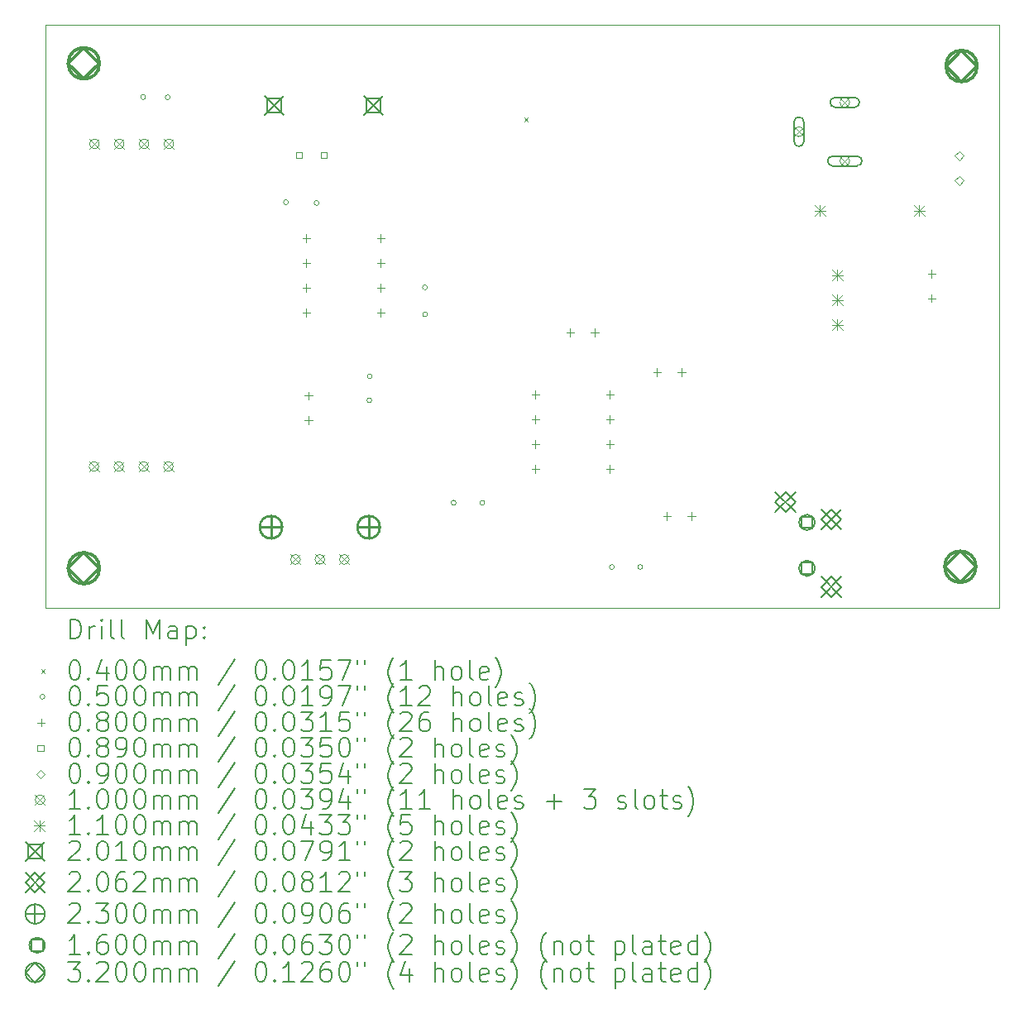
<source format=gbr>
%TF.GenerationSoftware,KiCad,Pcbnew,(6.0.7)*%
%TF.CreationDate,2022-11-13T20:04:31-05:00*%
%TF.ProjectId,DCR_MainBoard,4443525f-4d61-4696-9e42-6f6172642e6b,rev?*%
%TF.SameCoordinates,Original*%
%TF.FileFunction,Drillmap*%
%TF.FilePolarity,Positive*%
%FSLAX45Y45*%
G04 Gerber Fmt 4.5, Leading zero omitted, Abs format (unit mm)*
G04 Created by KiCad (PCBNEW (6.0.7)) date 2022-11-13 20:04:31*
%MOMM*%
%LPD*%
G01*
G04 APERTURE LIST*
%ADD10C,0.100000*%
%ADD11C,0.200000*%
%ADD12C,0.040000*%
%ADD13C,0.050000*%
%ADD14C,0.080000*%
%ADD15C,0.089000*%
%ADD16C,0.090000*%
%ADD17C,0.110000*%
%ADD18C,0.201000*%
%ADD19C,0.206160*%
%ADD20C,0.230000*%
%ADD21C,0.160000*%
%ADD22C,0.320000*%
G04 APERTURE END LIST*
D10*
X11938000Y-8280400D02*
X2171700Y-8280400D01*
X2171700Y-8280400D02*
X2171700Y-2311400D01*
X2171700Y-2311400D02*
X11938000Y-2311400D01*
X11938000Y-2311400D02*
X11938000Y-8280400D01*
D11*
D12*
X7071680Y-3259140D02*
X7111680Y-3299140D01*
X7111680Y-3259140D02*
X7071680Y-3299140D01*
D13*
X3197460Y-3050540D02*
G75*
G03*
X3197460Y-3050540I-25000J0D01*
G01*
X3448920Y-3053080D02*
G75*
G03*
X3448920Y-3053080I-25000J0D01*
G01*
X4657960Y-4127500D02*
G75*
G03*
X4657960Y-4127500I-25000J0D01*
G01*
X4972920Y-4135120D02*
G75*
G03*
X4972920Y-4135120I-25000J0D01*
G01*
X5511400Y-6154420D02*
G75*
G03*
X5511400Y-6154420I-25000J0D01*
G01*
X5516480Y-5908040D02*
G75*
G03*
X5516480Y-5908040I-25000J0D01*
G01*
X6080360Y-4998720D02*
G75*
G03*
X6080360Y-4998720I-25000J0D01*
G01*
X6082900Y-5275580D02*
G75*
G03*
X6082900Y-5275580I-25000J0D01*
G01*
X6375000Y-7203440D02*
G75*
G03*
X6375000Y-7203440I-25000J0D01*
G01*
X6669640Y-7203440D02*
G75*
G03*
X6669640Y-7203440I-25000J0D01*
G01*
X7995520Y-7861300D02*
G75*
G03*
X7995520Y-7861300I-25000J0D01*
G01*
X8285080Y-7861300D02*
G75*
G03*
X8285080Y-7861300I-25000J0D01*
G01*
D14*
X4842240Y-4456800D02*
X4842240Y-4536800D01*
X4802240Y-4496800D02*
X4882240Y-4496800D01*
X4842240Y-4710800D02*
X4842240Y-4790800D01*
X4802240Y-4750800D02*
X4882240Y-4750800D01*
X4842240Y-4964800D02*
X4842240Y-5044800D01*
X4802240Y-5004800D02*
X4882240Y-5004800D01*
X4842240Y-5218800D02*
X4842240Y-5298800D01*
X4802240Y-5258800D02*
X4882240Y-5258800D01*
X4866640Y-6067735D02*
X4866640Y-6147735D01*
X4826640Y-6107735D02*
X4906640Y-6107735D01*
X4866640Y-6317735D02*
X4866640Y-6397735D01*
X4826640Y-6357735D02*
X4906640Y-6357735D01*
X5604240Y-4456800D02*
X5604240Y-4536800D01*
X5564240Y-4496800D02*
X5644240Y-4496800D01*
X5604240Y-4710800D02*
X5604240Y-4790800D01*
X5564240Y-4750800D02*
X5644240Y-4750800D01*
X5604240Y-4964800D02*
X5604240Y-5044800D01*
X5564240Y-5004800D02*
X5644240Y-5004800D01*
X5604240Y-5218800D02*
X5604240Y-5298800D01*
X5564240Y-5258800D02*
X5644240Y-5258800D01*
X7188200Y-6056000D02*
X7188200Y-6136000D01*
X7148200Y-6096000D02*
X7228200Y-6096000D01*
X7188200Y-6310000D02*
X7188200Y-6390000D01*
X7148200Y-6350000D02*
X7228200Y-6350000D01*
X7188200Y-6564000D02*
X7188200Y-6644000D01*
X7148200Y-6604000D02*
X7228200Y-6604000D01*
X7188200Y-6818000D02*
X7188200Y-6898000D01*
X7148200Y-6858000D02*
X7228200Y-6858000D01*
X7542800Y-5420000D02*
X7542800Y-5500000D01*
X7502800Y-5460000D02*
X7582800Y-5460000D01*
X7792800Y-5420000D02*
X7792800Y-5500000D01*
X7752800Y-5460000D02*
X7832800Y-5460000D01*
X7950200Y-6056000D02*
X7950200Y-6136000D01*
X7910200Y-6096000D02*
X7990200Y-6096000D01*
X7950200Y-6310000D02*
X7950200Y-6390000D01*
X7910200Y-6350000D02*
X7990200Y-6350000D01*
X7950200Y-6564000D02*
X7950200Y-6644000D01*
X7910200Y-6604000D02*
X7990200Y-6604000D01*
X7950200Y-6818000D02*
X7950200Y-6898000D01*
X7910200Y-6858000D02*
X7990200Y-6858000D01*
X8431800Y-5826400D02*
X8431800Y-5906400D01*
X8391800Y-5866400D02*
X8471800Y-5866400D01*
X8533400Y-7299600D02*
X8533400Y-7379600D01*
X8493400Y-7339600D02*
X8573400Y-7339600D01*
X8681800Y-5826400D02*
X8681800Y-5906400D01*
X8641800Y-5866400D02*
X8721800Y-5866400D01*
X8783400Y-7299600D02*
X8783400Y-7379600D01*
X8743400Y-7339600D02*
X8823400Y-7339600D01*
X11243500Y-4820185D02*
X11243500Y-4900185D01*
X11203500Y-4860185D02*
X11283500Y-4860185D01*
X11243500Y-5070185D02*
X11243500Y-5150185D01*
X11203500Y-5110185D02*
X11283500Y-5110185D01*
D15*
X4799047Y-3676517D02*
X4799047Y-3613583D01*
X4736113Y-3613583D01*
X4736113Y-3676517D01*
X4799047Y-3676517D01*
X5053047Y-3676517D02*
X5053047Y-3613583D01*
X4990113Y-3613583D01*
X4990113Y-3676517D01*
X5053047Y-3676517D01*
D16*
X11526520Y-3697520D02*
X11571520Y-3652520D01*
X11526520Y-3607520D01*
X11481520Y-3652520D01*
X11526520Y-3697520D01*
X11526520Y-3951520D02*
X11571520Y-3906520D01*
X11526520Y-3861520D01*
X11481520Y-3906520D01*
X11526520Y-3951520D01*
D10*
X2619540Y-6782600D02*
X2719540Y-6882600D01*
X2719540Y-6782600D02*
X2619540Y-6882600D01*
X2719540Y-6832600D02*
G75*
G03*
X2719540Y-6832600I-50000J0D01*
G01*
X2624140Y-3480600D02*
X2724140Y-3580600D01*
X2724140Y-3480600D02*
X2624140Y-3580600D01*
X2724140Y-3530600D02*
G75*
G03*
X2724140Y-3530600I-50000J0D01*
G01*
X2873540Y-6782600D02*
X2973540Y-6882600D01*
X2973540Y-6782600D02*
X2873540Y-6882600D01*
X2973540Y-6832600D02*
G75*
G03*
X2973540Y-6832600I-50000J0D01*
G01*
X2878140Y-3480600D02*
X2978140Y-3580600D01*
X2978140Y-3480600D02*
X2878140Y-3580600D01*
X2978140Y-3530600D02*
G75*
G03*
X2978140Y-3530600I-50000J0D01*
G01*
X3127540Y-6782600D02*
X3227540Y-6882600D01*
X3227540Y-6782600D02*
X3127540Y-6882600D01*
X3227540Y-6832600D02*
G75*
G03*
X3227540Y-6832600I-50000J0D01*
G01*
X3132140Y-3480600D02*
X3232140Y-3580600D01*
X3232140Y-3480600D02*
X3132140Y-3580600D01*
X3232140Y-3530600D02*
G75*
G03*
X3232140Y-3530600I-50000J0D01*
G01*
X3381540Y-6782600D02*
X3481540Y-6882600D01*
X3481540Y-6782600D02*
X3381540Y-6882600D01*
X3481540Y-6832600D02*
G75*
G03*
X3481540Y-6832600I-50000J0D01*
G01*
X3386140Y-3480600D02*
X3486140Y-3580600D01*
X3486140Y-3480600D02*
X3386140Y-3580600D01*
X3486140Y-3530600D02*
G75*
G03*
X3486140Y-3530600I-50000J0D01*
G01*
X4680900Y-7733800D02*
X4780900Y-7833800D01*
X4780900Y-7733800D02*
X4680900Y-7833800D01*
X4780900Y-7783800D02*
G75*
G03*
X4780900Y-7783800I-50000J0D01*
G01*
X4930900Y-7733800D02*
X5030900Y-7833800D01*
X5030900Y-7733800D02*
X4930900Y-7833800D01*
X5030900Y-7783800D02*
G75*
G03*
X5030900Y-7783800I-50000J0D01*
G01*
X5180900Y-7733800D02*
X5280900Y-7833800D01*
X5280900Y-7733800D02*
X5180900Y-7833800D01*
X5280900Y-7783800D02*
G75*
G03*
X5280900Y-7783800I-50000J0D01*
G01*
X9834500Y-3355450D02*
X9934500Y-3455450D01*
X9934500Y-3355450D02*
X9834500Y-3455450D01*
X9934500Y-3405450D02*
G75*
G03*
X9934500Y-3405450I-50000J0D01*
G01*
D11*
X9934500Y-3505450D02*
X9934500Y-3305450D01*
X9834500Y-3505450D02*
X9834500Y-3305450D01*
X9934500Y-3305450D02*
G75*
G03*
X9834500Y-3305450I-50000J0D01*
G01*
X9834500Y-3505450D02*
G75*
G03*
X9934500Y-3505450I50000J0D01*
G01*
D10*
X10304500Y-3055450D02*
X10404500Y-3155450D01*
X10404500Y-3055450D02*
X10304500Y-3155450D01*
X10404500Y-3105450D02*
G75*
G03*
X10404500Y-3105450I-50000J0D01*
G01*
D11*
X10254500Y-3155450D02*
X10454500Y-3155450D01*
X10254500Y-3055450D02*
X10454500Y-3055450D01*
X10454500Y-3155450D02*
G75*
G03*
X10454500Y-3055450I0J50000D01*
G01*
X10254500Y-3055450D02*
G75*
G03*
X10254500Y-3155450I0J-50000D01*
G01*
D10*
X10304500Y-3655450D02*
X10404500Y-3755450D01*
X10404500Y-3655450D02*
X10304500Y-3755450D01*
X10404500Y-3705450D02*
G75*
G03*
X10404500Y-3705450I-50000J0D01*
G01*
D11*
X10229500Y-3755450D02*
X10479500Y-3755450D01*
X10229500Y-3655450D02*
X10479500Y-3655450D01*
X10479500Y-3755450D02*
G75*
G03*
X10479500Y-3655450I0J50000D01*
G01*
X10229500Y-3655450D02*
G75*
G03*
X10229500Y-3755450I0J-50000D01*
G01*
D17*
X10045500Y-4158450D02*
X10155500Y-4268450D01*
X10155500Y-4158450D02*
X10045500Y-4268450D01*
X10100500Y-4158450D02*
X10100500Y-4268450D01*
X10045500Y-4213450D02*
X10155500Y-4213450D01*
X10223300Y-4818850D02*
X10333300Y-4928850D01*
X10333300Y-4818850D02*
X10223300Y-4928850D01*
X10278300Y-4818850D02*
X10278300Y-4928850D01*
X10223300Y-4873850D02*
X10333300Y-4873850D01*
X10223300Y-5072850D02*
X10333300Y-5182850D01*
X10333300Y-5072850D02*
X10223300Y-5182850D01*
X10278300Y-5072850D02*
X10278300Y-5182850D01*
X10223300Y-5127850D02*
X10333300Y-5127850D01*
X10223300Y-5326850D02*
X10333300Y-5436850D01*
X10333300Y-5326850D02*
X10223300Y-5436850D01*
X10278300Y-5326850D02*
X10278300Y-5436850D01*
X10223300Y-5381850D02*
X10333300Y-5381850D01*
X11061500Y-4158450D02*
X11171500Y-4268450D01*
X11171500Y-4158450D02*
X11061500Y-4268450D01*
X11116500Y-4158450D02*
X11116500Y-4268450D01*
X11061500Y-4213450D02*
X11171500Y-4213450D01*
D18*
X4413080Y-3036550D02*
X4614080Y-3237550D01*
X4614080Y-3036550D02*
X4413080Y-3237550D01*
X4584645Y-3208115D02*
X4584645Y-3065985D01*
X4442515Y-3065985D01*
X4442515Y-3208115D01*
X4584645Y-3208115D01*
X5429080Y-3036550D02*
X5630080Y-3237550D01*
X5630080Y-3036550D02*
X5429080Y-3237550D01*
X5600645Y-3208115D02*
X5600645Y-3065985D01*
X5458515Y-3065985D01*
X5458515Y-3208115D01*
X5600645Y-3208115D01*
D19*
X9644120Y-7091620D02*
X9850280Y-7297780D01*
X9850280Y-7091620D02*
X9644120Y-7297780D01*
X9747200Y-7297780D02*
X9850280Y-7194700D01*
X9747200Y-7091620D01*
X9644120Y-7194700D01*
X9747200Y-7297780D01*
X10114120Y-7271620D02*
X10320280Y-7477780D01*
X10320280Y-7271620D02*
X10114120Y-7477780D01*
X10217200Y-7477780D02*
X10320280Y-7374700D01*
X10217200Y-7271620D01*
X10114120Y-7374700D01*
X10217200Y-7477780D01*
X10114120Y-7961620D02*
X10320280Y-8167780D01*
X10320280Y-7961620D02*
X10114120Y-8167780D01*
X10217200Y-8167780D02*
X10320280Y-8064700D01*
X10217200Y-7961620D01*
X10114120Y-8064700D01*
X10217200Y-8167780D01*
D20*
X4480900Y-7338800D02*
X4480900Y-7568800D01*
X4365900Y-7453800D02*
X4595900Y-7453800D01*
X4595900Y-7453800D02*
G75*
G03*
X4595900Y-7453800I-115000J0D01*
G01*
X5480900Y-7338800D02*
X5480900Y-7568800D01*
X5365900Y-7453800D02*
X5595900Y-7453800D01*
X5595900Y-7453800D02*
G75*
G03*
X5595900Y-7453800I-115000J0D01*
G01*
D21*
X10023769Y-7461269D02*
X10023769Y-7348131D01*
X9910631Y-7348131D01*
X9910631Y-7461269D01*
X10023769Y-7461269D01*
X10047200Y-7404700D02*
G75*
G03*
X10047200Y-7404700I-80000J0D01*
G01*
X10023769Y-7931269D02*
X10023769Y-7818131D01*
X9910631Y-7818131D01*
X9910631Y-7931269D01*
X10023769Y-7931269D01*
X10047200Y-7874700D02*
G75*
G03*
X10047200Y-7874700I-80000J0D01*
G01*
D22*
X2565400Y-2865100D02*
X2725400Y-2705100D01*
X2565400Y-2545100D01*
X2405400Y-2705100D01*
X2565400Y-2865100D01*
X2725400Y-2705100D02*
G75*
G03*
X2725400Y-2705100I-160000J0D01*
G01*
X2565400Y-8034000D02*
X2725400Y-7874000D01*
X2565400Y-7714000D01*
X2405400Y-7874000D01*
X2565400Y-8034000D01*
X2725400Y-7874000D02*
G75*
G03*
X2725400Y-7874000I-160000J0D01*
G01*
X11536680Y-8018760D02*
X11696680Y-7858760D01*
X11536680Y-7698760D01*
X11376680Y-7858760D01*
X11536680Y-8018760D01*
X11696680Y-7858760D02*
G75*
G03*
X11696680Y-7858760I-160000J0D01*
G01*
X11549380Y-2893040D02*
X11709380Y-2733040D01*
X11549380Y-2573040D01*
X11389380Y-2733040D01*
X11549380Y-2893040D01*
X11709380Y-2733040D02*
G75*
G03*
X11709380Y-2733040I-160000J0D01*
G01*
D11*
X2424319Y-8595876D02*
X2424319Y-8395876D01*
X2471938Y-8395876D01*
X2500510Y-8405400D01*
X2519557Y-8424448D01*
X2529081Y-8443495D01*
X2538605Y-8481590D01*
X2538605Y-8510162D01*
X2529081Y-8548257D01*
X2519557Y-8567305D01*
X2500510Y-8586352D01*
X2471938Y-8595876D01*
X2424319Y-8595876D01*
X2624319Y-8595876D02*
X2624319Y-8462543D01*
X2624319Y-8500638D02*
X2633843Y-8481590D01*
X2643367Y-8472067D01*
X2662414Y-8462543D01*
X2681462Y-8462543D01*
X2748129Y-8595876D02*
X2748129Y-8462543D01*
X2748129Y-8395876D02*
X2738605Y-8405400D01*
X2748129Y-8414924D01*
X2757652Y-8405400D01*
X2748129Y-8395876D01*
X2748129Y-8414924D01*
X2871938Y-8595876D02*
X2852890Y-8586352D01*
X2843367Y-8567305D01*
X2843367Y-8395876D01*
X2976700Y-8595876D02*
X2957652Y-8586352D01*
X2948128Y-8567305D01*
X2948128Y-8395876D01*
X3205271Y-8595876D02*
X3205271Y-8395876D01*
X3271938Y-8538733D01*
X3338605Y-8395876D01*
X3338605Y-8595876D01*
X3519557Y-8595876D02*
X3519557Y-8491114D01*
X3510033Y-8472067D01*
X3490986Y-8462543D01*
X3452890Y-8462543D01*
X3433843Y-8472067D01*
X3519557Y-8586352D02*
X3500509Y-8595876D01*
X3452890Y-8595876D01*
X3433843Y-8586352D01*
X3424319Y-8567305D01*
X3424319Y-8548257D01*
X3433843Y-8529210D01*
X3452890Y-8519686D01*
X3500509Y-8519686D01*
X3519557Y-8510162D01*
X3614795Y-8462543D02*
X3614795Y-8662543D01*
X3614795Y-8472067D02*
X3633843Y-8462543D01*
X3671938Y-8462543D01*
X3690986Y-8472067D01*
X3700509Y-8481590D01*
X3710033Y-8500638D01*
X3710033Y-8557781D01*
X3700509Y-8576829D01*
X3690986Y-8586352D01*
X3671938Y-8595876D01*
X3633843Y-8595876D01*
X3614795Y-8586352D01*
X3795748Y-8576829D02*
X3805271Y-8586352D01*
X3795748Y-8595876D01*
X3786224Y-8586352D01*
X3795748Y-8576829D01*
X3795748Y-8595876D01*
X3795748Y-8472067D02*
X3805271Y-8481590D01*
X3795748Y-8491114D01*
X3786224Y-8481590D01*
X3795748Y-8472067D01*
X3795748Y-8491114D01*
D12*
X2126700Y-8905400D02*
X2166700Y-8945400D01*
X2166700Y-8905400D02*
X2126700Y-8945400D01*
D11*
X2462414Y-8815876D02*
X2481462Y-8815876D01*
X2500510Y-8825400D01*
X2510033Y-8834924D01*
X2519557Y-8853971D01*
X2529081Y-8892067D01*
X2529081Y-8939686D01*
X2519557Y-8977781D01*
X2510033Y-8996829D01*
X2500510Y-9006352D01*
X2481462Y-9015876D01*
X2462414Y-9015876D01*
X2443367Y-9006352D01*
X2433843Y-8996829D01*
X2424319Y-8977781D01*
X2414795Y-8939686D01*
X2414795Y-8892067D01*
X2424319Y-8853971D01*
X2433843Y-8834924D01*
X2443367Y-8825400D01*
X2462414Y-8815876D01*
X2614795Y-8996829D02*
X2624319Y-9006352D01*
X2614795Y-9015876D01*
X2605271Y-9006352D01*
X2614795Y-8996829D01*
X2614795Y-9015876D01*
X2795748Y-8882543D02*
X2795748Y-9015876D01*
X2748129Y-8806352D02*
X2700510Y-8949210D01*
X2824319Y-8949210D01*
X2938605Y-8815876D02*
X2957652Y-8815876D01*
X2976700Y-8825400D01*
X2986224Y-8834924D01*
X2995748Y-8853971D01*
X3005271Y-8892067D01*
X3005271Y-8939686D01*
X2995748Y-8977781D01*
X2986224Y-8996829D01*
X2976700Y-9006352D01*
X2957652Y-9015876D01*
X2938605Y-9015876D01*
X2919557Y-9006352D01*
X2910033Y-8996829D01*
X2900509Y-8977781D01*
X2890986Y-8939686D01*
X2890986Y-8892067D01*
X2900509Y-8853971D01*
X2910033Y-8834924D01*
X2919557Y-8825400D01*
X2938605Y-8815876D01*
X3129081Y-8815876D02*
X3148128Y-8815876D01*
X3167176Y-8825400D01*
X3176700Y-8834924D01*
X3186224Y-8853971D01*
X3195748Y-8892067D01*
X3195748Y-8939686D01*
X3186224Y-8977781D01*
X3176700Y-8996829D01*
X3167176Y-9006352D01*
X3148128Y-9015876D01*
X3129081Y-9015876D01*
X3110033Y-9006352D01*
X3100509Y-8996829D01*
X3090986Y-8977781D01*
X3081462Y-8939686D01*
X3081462Y-8892067D01*
X3090986Y-8853971D01*
X3100509Y-8834924D01*
X3110033Y-8825400D01*
X3129081Y-8815876D01*
X3281462Y-9015876D02*
X3281462Y-8882543D01*
X3281462Y-8901590D02*
X3290986Y-8892067D01*
X3310033Y-8882543D01*
X3338605Y-8882543D01*
X3357652Y-8892067D01*
X3367176Y-8911114D01*
X3367176Y-9015876D01*
X3367176Y-8911114D02*
X3376700Y-8892067D01*
X3395748Y-8882543D01*
X3424319Y-8882543D01*
X3443367Y-8892067D01*
X3452890Y-8911114D01*
X3452890Y-9015876D01*
X3548128Y-9015876D02*
X3548128Y-8882543D01*
X3548128Y-8901590D02*
X3557652Y-8892067D01*
X3576700Y-8882543D01*
X3605271Y-8882543D01*
X3624319Y-8892067D01*
X3633843Y-8911114D01*
X3633843Y-9015876D01*
X3633843Y-8911114D02*
X3643367Y-8892067D01*
X3662414Y-8882543D01*
X3690986Y-8882543D01*
X3710033Y-8892067D01*
X3719557Y-8911114D01*
X3719557Y-9015876D01*
X4110033Y-8806352D02*
X3938605Y-9063495D01*
X4367176Y-8815876D02*
X4386224Y-8815876D01*
X4405271Y-8825400D01*
X4414795Y-8834924D01*
X4424319Y-8853971D01*
X4433843Y-8892067D01*
X4433843Y-8939686D01*
X4424319Y-8977781D01*
X4414795Y-8996829D01*
X4405271Y-9006352D01*
X4386224Y-9015876D01*
X4367176Y-9015876D01*
X4348129Y-9006352D01*
X4338605Y-8996829D01*
X4329081Y-8977781D01*
X4319557Y-8939686D01*
X4319557Y-8892067D01*
X4329081Y-8853971D01*
X4338605Y-8834924D01*
X4348129Y-8825400D01*
X4367176Y-8815876D01*
X4519557Y-8996829D02*
X4529081Y-9006352D01*
X4519557Y-9015876D01*
X4510033Y-9006352D01*
X4519557Y-8996829D01*
X4519557Y-9015876D01*
X4652890Y-8815876D02*
X4671938Y-8815876D01*
X4690986Y-8825400D01*
X4700510Y-8834924D01*
X4710033Y-8853971D01*
X4719557Y-8892067D01*
X4719557Y-8939686D01*
X4710033Y-8977781D01*
X4700510Y-8996829D01*
X4690986Y-9006352D01*
X4671938Y-9015876D01*
X4652890Y-9015876D01*
X4633843Y-9006352D01*
X4624319Y-8996829D01*
X4614795Y-8977781D01*
X4605271Y-8939686D01*
X4605271Y-8892067D01*
X4614795Y-8853971D01*
X4624319Y-8834924D01*
X4633843Y-8825400D01*
X4652890Y-8815876D01*
X4910033Y-9015876D02*
X4795748Y-9015876D01*
X4852890Y-9015876D02*
X4852890Y-8815876D01*
X4833843Y-8844448D01*
X4814795Y-8863495D01*
X4795748Y-8873019D01*
X5090986Y-8815876D02*
X4995748Y-8815876D01*
X4986224Y-8911114D01*
X4995748Y-8901590D01*
X5014795Y-8892067D01*
X5062414Y-8892067D01*
X5081462Y-8901590D01*
X5090986Y-8911114D01*
X5100510Y-8930162D01*
X5100510Y-8977781D01*
X5090986Y-8996829D01*
X5081462Y-9006352D01*
X5062414Y-9015876D01*
X5014795Y-9015876D01*
X4995748Y-9006352D01*
X4986224Y-8996829D01*
X5167176Y-8815876D02*
X5300510Y-8815876D01*
X5214795Y-9015876D01*
X5367176Y-8815876D02*
X5367176Y-8853971D01*
X5443367Y-8815876D02*
X5443367Y-8853971D01*
X5738605Y-9092067D02*
X5729081Y-9082543D01*
X5710033Y-9053971D01*
X5700509Y-9034924D01*
X5690986Y-9006352D01*
X5681462Y-8958733D01*
X5681462Y-8920638D01*
X5690986Y-8873019D01*
X5700509Y-8844448D01*
X5710033Y-8825400D01*
X5729081Y-8796829D01*
X5738605Y-8787305D01*
X5919557Y-9015876D02*
X5805271Y-9015876D01*
X5862414Y-9015876D02*
X5862414Y-8815876D01*
X5843367Y-8844448D01*
X5824319Y-8863495D01*
X5805271Y-8873019D01*
X6157652Y-9015876D02*
X6157652Y-8815876D01*
X6243367Y-9015876D02*
X6243367Y-8911114D01*
X6233843Y-8892067D01*
X6214795Y-8882543D01*
X6186224Y-8882543D01*
X6167176Y-8892067D01*
X6157652Y-8901590D01*
X6367176Y-9015876D02*
X6348128Y-9006352D01*
X6338605Y-8996829D01*
X6329081Y-8977781D01*
X6329081Y-8920638D01*
X6338605Y-8901590D01*
X6348128Y-8892067D01*
X6367176Y-8882543D01*
X6395748Y-8882543D01*
X6414795Y-8892067D01*
X6424319Y-8901590D01*
X6433843Y-8920638D01*
X6433843Y-8977781D01*
X6424319Y-8996829D01*
X6414795Y-9006352D01*
X6395748Y-9015876D01*
X6367176Y-9015876D01*
X6548128Y-9015876D02*
X6529081Y-9006352D01*
X6519557Y-8987305D01*
X6519557Y-8815876D01*
X6700509Y-9006352D02*
X6681462Y-9015876D01*
X6643367Y-9015876D01*
X6624319Y-9006352D01*
X6614795Y-8987305D01*
X6614795Y-8911114D01*
X6624319Y-8892067D01*
X6643367Y-8882543D01*
X6681462Y-8882543D01*
X6700509Y-8892067D01*
X6710033Y-8911114D01*
X6710033Y-8930162D01*
X6614795Y-8949210D01*
X6776700Y-9092067D02*
X6786224Y-9082543D01*
X6805271Y-9053971D01*
X6814795Y-9034924D01*
X6824319Y-9006352D01*
X6833843Y-8958733D01*
X6833843Y-8920638D01*
X6824319Y-8873019D01*
X6814795Y-8844448D01*
X6805271Y-8825400D01*
X6786224Y-8796829D01*
X6776700Y-8787305D01*
D13*
X2166700Y-9189400D02*
G75*
G03*
X2166700Y-9189400I-25000J0D01*
G01*
D11*
X2462414Y-9079876D02*
X2481462Y-9079876D01*
X2500510Y-9089400D01*
X2510033Y-9098924D01*
X2519557Y-9117971D01*
X2529081Y-9156067D01*
X2529081Y-9203686D01*
X2519557Y-9241781D01*
X2510033Y-9260829D01*
X2500510Y-9270352D01*
X2481462Y-9279876D01*
X2462414Y-9279876D01*
X2443367Y-9270352D01*
X2433843Y-9260829D01*
X2424319Y-9241781D01*
X2414795Y-9203686D01*
X2414795Y-9156067D01*
X2424319Y-9117971D01*
X2433843Y-9098924D01*
X2443367Y-9089400D01*
X2462414Y-9079876D01*
X2614795Y-9260829D02*
X2624319Y-9270352D01*
X2614795Y-9279876D01*
X2605271Y-9270352D01*
X2614795Y-9260829D01*
X2614795Y-9279876D01*
X2805271Y-9079876D02*
X2710033Y-9079876D01*
X2700510Y-9175114D01*
X2710033Y-9165590D01*
X2729081Y-9156067D01*
X2776700Y-9156067D01*
X2795748Y-9165590D01*
X2805271Y-9175114D01*
X2814795Y-9194162D01*
X2814795Y-9241781D01*
X2805271Y-9260829D01*
X2795748Y-9270352D01*
X2776700Y-9279876D01*
X2729081Y-9279876D01*
X2710033Y-9270352D01*
X2700510Y-9260829D01*
X2938605Y-9079876D02*
X2957652Y-9079876D01*
X2976700Y-9089400D01*
X2986224Y-9098924D01*
X2995748Y-9117971D01*
X3005271Y-9156067D01*
X3005271Y-9203686D01*
X2995748Y-9241781D01*
X2986224Y-9260829D01*
X2976700Y-9270352D01*
X2957652Y-9279876D01*
X2938605Y-9279876D01*
X2919557Y-9270352D01*
X2910033Y-9260829D01*
X2900509Y-9241781D01*
X2890986Y-9203686D01*
X2890986Y-9156067D01*
X2900509Y-9117971D01*
X2910033Y-9098924D01*
X2919557Y-9089400D01*
X2938605Y-9079876D01*
X3129081Y-9079876D02*
X3148128Y-9079876D01*
X3167176Y-9089400D01*
X3176700Y-9098924D01*
X3186224Y-9117971D01*
X3195748Y-9156067D01*
X3195748Y-9203686D01*
X3186224Y-9241781D01*
X3176700Y-9260829D01*
X3167176Y-9270352D01*
X3148128Y-9279876D01*
X3129081Y-9279876D01*
X3110033Y-9270352D01*
X3100509Y-9260829D01*
X3090986Y-9241781D01*
X3081462Y-9203686D01*
X3081462Y-9156067D01*
X3090986Y-9117971D01*
X3100509Y-9098924D01*
X3110033Y-9089400D01*
X3129081Y-9079876D01*
X3281462Y-9279876D02*
X3281462Y-9146543D01*
X3281462Y-9165590D02*
X3290986Y-9156067D01*
X3310033Y-9146543D01*
X3338605Y-9146543D01*
X3357652Y-9156067D01*
X3367176Y-9175114D01*
X3367176Y-9279876D01*
X3367176Y-9175114D02*
X3376700Y-9156067D01*
X3395748Y-9146543D01*
X3424319Y-9146543D01*
X3443367Y-9156067D01*
X3452890Y-9175114D01*
X3452890Y-9279876D01*
X3548128Y-9279876D02*
X3548128Y-9146543D01*
X3548128Y-9165590D02*
X3557652Y-9156067D01*
X3576700Y-9146543D01*
X3605271Y-9146543D01*
X3624319Y-9156067D01*
X3633843Y-9175114D01*
X3633843Y-9279876D01*
X3633843Y-9175114D02*
X3643367Y-9156067D01*
X3662414Y-9146543D01*
X3690986Y-9146543D01*
X3710033Y-9156067D01*
X3719557Y-9175114D01*
X3719557Y-9279876D01*
X4110033Y-9070352D02*
X3938605Y-9327495D01*
X4367176Y-9079876D02*
X4386224Y-9079876D01*
X4405271Y-9089400D01*
X4414795Y-9098924D01*
X4424319Y-9117971D01*
X4433843Y-9156067D01*
X4433843Y-9203686D01*
X4424319Y-9241781D01*
X4414795Y-9260829D01*
X4405271Y-9270352D01*
X4386224Y-9279876D01*
X4367176Y-9279876D01*
X4348129Y-9270352D01*
X4338605Y-9260829D01*
X4329081Y-9241781D01*
X4319557Y-9203686D01*
X4319557Y-9156067D01*
X4329081Y-9117971D01*
X4338605Y-9098924D01*
X4348129Y-9089400D01*
X4367176Y-9079876D01*
X4519557Y-9260829D02*
X4529081Y-9270352D01*
X4519557Y-9279876D01*
X4510033Y-9270352D01*
X4519557Y-9260829D01*
X4519557Y-9279876D01*
X4652890Y-9079876D02*
X4671938Y-9079876D01*
X4690986Y-9089400D01*
X4700510Y-9098924D01*
X4710033Y-9117971D01*
X4719557Y-9156067D01*
X4719557Y-9203686D01*
X4710033Y-9241781D01*
X4700510Y-9260829D01*
X4690986Y-9270352D01*
X4671938Y-9279876D01*
X4652890Y-9279876D01*
X4633843Y-9270352D01*
X4624319Y-9260829D01*
X4614795Y-9241781D01*
X4605271Y-9203686D01*
X4605271Y-9156067D01*
X4614795Y-9117971D01*
X4624319Y-9098924D01*
X4633843Y-9089400D01*
X4652890Y-9079876D01*
X4910033Y-9279876D02*
X4795748Y-9279876D01*
X4852890Y-9279876D02*
X4852890Y-9079876D01*
X4833843Y-9108448D01*
X4814795Y-9127495D01*
X4795748Y-9137019D01*
X5005271Y-9279876D02*
X5043367Y-9279876D01*
X5062414Y-9270352D01*
X5071938Y-9260829D01*
X5090986Y-9232257D01*
X5100510Y-9194162D01*
X5100510Y-9117971D01*
X5090986Y-9098924D01*
X5081462Y-9089400D01*
X5062414Y-9079876D01*
X5024319Y-9079876D01*
X5005271Y-9089400D01*
X4995748Y-9098924D01*
X4986224Y-9117971D01*
X4986224Y-9165590D01*
X4995748Y-9184638D01*
X5005271Y-9194162D01*
X5024319Y-9203686D01*
X5062414Y-9203686D01*
X5081462Y-9194162D01*
X5090986Y-9184638D01*
X5100510Y-9165590D01*
X5167176Y-9079876D02*
X5300510Y-9079876D01*
X5214795Y-9279876D01*
X5367176Y-9079876D02*
X5367176Y-9117971D01*
X5443367Y-9079876D02*
X5443367Y-9117971D01*
X5738605Y-9356067D02*
X5729081Y-9346543D01*
X5710033Y-9317971D01*
X5700509Y-9298924D01*
X5690986Y-9270352D01*
X5681462Y-9222733D01*
X5681462Y-9184638D01*
X5690986Y-9137019D01*
X5700509Y-9108448D01*
X5710033Y-9089400D01*
X5729081Y-9060829D01*
X5738605Y-9051305D01*
X5919557Y-9279876D02*
X5805271Y-9279876D01*
X5862414Y-9279876D02*
X5862414Y-9079876D01*
X5843367Y-9108448D01*
X5824319Y-9127495D01*
X5805271Y-9137019D01*
X5995748Y-9098924D02*
X6005271Y-9089400D01*
X6024319Y-9079876D01*
X6071938Y-9079876D01*
X6090986Y-9089400D01*
X6100509Y-9098924D01*
X6110033Y-9117971D01*
X6110033Y-9137019D01*
X6100509Y-9165590D01*
X5986224Y-9279876D01*
X6110033Y-9279876D01*
X6348128Y-9279876D02*
X6348128Y-9079876D01*
X6433843Y-9279876D02*
X6433843Y-9175114D01*
X6424319Y-9156067D01*
X6405271Y-9146543D01*
X6376700Y-9146543D01*
X6357652Y-9156067D01*
X6348128Y-9165590D01*
X6557652Y-9279876D02*
X6538605Y-9270352D01*
X6529081Y-9260829D01*
X6519557Y-9241781D01*
X6519557Y-9184638D01*
X6529081Y-9165590D01*
X6538605Y-9156067D01*
X6557652Y-9146543D01*
X6586224Y-9146543D01*
X6605271Y-9156067D01*
X6614795Y-9165590D01*
X6624319Y-9184638D01*
X6624319Y-9241781D01*
X6614795Y-9260829D01*
X6605271Y-9270352D01*
X6586224Y-9279876D01*
X6557652Y-9279876D01*
X6738605Y-9279876D02*
X6719557Y-9270352D01*
X6710033Y-9251305D01*
X6710033Y-9079876D01*
X6890986Y-9270352D02*
X6871938Y-9279876D01*
X6833843Y-9279876D01*
X6814795Y-9270352D01*
X6805271Y-9251305D01*
X6805271Y-9175114D01*
X6814795Y-9156067D01*
X6833843Y-9146543D01*
X6871938Y-9146543D01*
X6890986Y-9156067D01*
X6900509Y-9175114D01*
X6900509Y-9194162D01*
X6805271Y-9213210D01*
X6976700Y-9270352D02*
X6995748Y-9279876D01*
X7033843Y-9279876D01*
X7052890Y-9270352D01*
X7062414Y-9251305D01*
X7062414Y-9241781D01*
X7052890Y-9222733D01*
X7033843Y-9213210D01*
X7005271Y-9213210D01*
X6986224Y-9203686D01*
X6976700Y-9184638D01*
X6976700Y-9175114D01*
X6986224Y-9156067D01*
X7005271Y-9146543D01*
X7033843Y-9146543D01*
X7052890Y-9156067D01*
X7129081Y-9356067D02*
X7138605Y-9346543D01*
X7157652Y-9317971D01*
X7167176Y-9298924D01*
X7176700Y-9270352D01*
X7186224Y-9222733D01*
X7186224Y-9184638D01*
X7176700Y-9137019D01*
X7167176Y-9108448D01*
X7157652Y-9089400D01*
X7138605Y-9060829D01*
X7129081Y-9051305D01*
D14*
X2126700Y-9413400D02*
X2126700Y-9493400D01*
X2086700Y-9453400D02*
X2166700Y-9453400D01*
D11*
X2462414Y-9343876D02*
X2481462Y-9343876D01*
X2500510Y-9353400D01*
X2510033Y-9362924D01*
X2519557Y-9381971D01*
X2529081Y-9420067D01*
X2529081Y-9467686D01*
X2519557Y-9505781D01*
X2510033Y-9524829D01*
X2500510Y-9534352D01*
X2481462Y-9543876D01*
X2462414Y-9543876D01*
X2443367Y-9534352D01*
X2433843Y-9524829D01*
X2424319Y-9505781D01*
X2414795Y-9467686D01*
X2414795Y-9420067D01*
X2424319Y-9381971D01*
X2433843Y-9362924D01*
X2443367Y-9353400D01*
X2462414Y-9343876D01*
X2614795Y-9524829D02*
X2624319Y-9534352D01*
X2614795Y-9543876D01*
X2605271Y-9534352D01*
X2614795Y-9524829D01*
X2614795Y-9543876D01*
X2738605Y-9429590D02*
X2719557Y-9420067D01*
X2710033Y-9410543D01*
X2700510Y-9391495D01*
X2700510Y-9381971D01*
X2710033Y-9362924D01*
X2719557Y-9353400D01*
X2738605Y-9343876D01*
X2776700Y-9343876D01*
X2795748Y-9353400D01*
X2805271Y-9362924D01*
X2814795Y-9381971D01*
X2814795Y-9391495D01*
X2805271Y-9410543D01*
X2795748Y-9420067D01*
X2776700Y-9429590D01*
X2738605Y-9429590D01*
X2719557Y-9439114D01*
X2710033Y-9448638D01*
X2700510Y-9467686D01*
X2700510Y-9505781D01*
X2710033Y-9524829D01*
X2719557Y-9534352D01*
X2738605Y-9543876D01*
X2776700Y-9543876D01*
X2795748Y-9534352D01*
X2805271Y-9524829D01*
X2814795Y-9505781D01*
X2814795Y-9467686D01*
X2805271Y-9448638D01*
X2795748Y-9439114D01*
X2776700Y-9429590D01*
X2938605Y-9343876D02*
X2957652Y-9343876D01*
X2976700Y-9353400D01*
X2986224Y-9362924D01*
X2995748Y-9381971D01*
X3005271Y-9420067D01*
X3005271Y-9467686D01*
X2995748Y-9505781D01*
X2986224Y-9524829D01*
X2976700Y-9534352D01*
X2957652Y-9543876D01*
X2938605Y-9543876D01*
X2919557Y-9534352D01*
X2910033Y-9524829D01*
X2900509Y-9505781D01*
X2890986Y-9467686D01*
X2890986Y-9420067D01*
X2900509Y-9381971D01*
X2910033Y-9362924D01*
X2919557Y-9353400D01*
X2938605Y-9343876D01*
X3129081Y-9343876D02*
X3148128Y-9343876D01*
X3167176Y-9353400D01*
X3176700Y-9362924D01*
X3186224Y-9381971D01*
X3195748Y-9420067D01*
X3195748Y-9467686D01*
X3186224Y-9505781D01*
X3176700Y-9524829D01*
X3167176Y-9534352D01*
X3148128Y-9543876D01*
X3129081Y-9543876D01*
X3110033Y-9534352D01*
X3100509Y-9524829D01*
X3090986Y-9505781D01*
X3081462Y-9467686D01*
X3081462Y-9420067D01*
X3090986Y-9381971D01*
X3100509Y-9362924D01*
X3110033Y-9353400D01*
X3129081Y-9343876D01*
X3281462Y-9543876D02*
X3281462Y-9410543D01*
X3281462Y-9429590D02*
X3290986Y-9420067D01*
X3310033Y-9410543D01*
X3338605Y-9410543D01*
X3357652Y-9420067D01*
X3367176Y-9439114D01*
X3367176Y-9543876D01*
X3367176Y-9439114D02*
X3376700Y-9420067D01*
X3395748Y-9410543D01*
X3424319Y-9410543D01*
X3443367Y-9420067D01*
X3452890Y-9439114D01*
X3452890Y-9543876D01*
X3548128Y-9543876D02*
X3548128Y-9410543D01*
X3548128Y-9429590D02*
X3557652Y-9420067D01*
X3576700Y-9410543D01*
X3605271Y-9410543D01*
X3624319Y-9420067D01*
X3633843Y-9439114D01*
X3633843Y-9543876D01*
X3633843Y-9439114D02*
X3643367Y-9420067D01*
X3662414Y-9410543D01*
X3690986Y-9410543D01*
X3710033Y-9420067D01*
X3719557Y-9439114D01*
X3719557Y-9543876D01*
X4110033Y-9334352D02*
X3938605Y-9591495D01*
X4367176Y-9343876D02*
X4386224Y-9343876D01*
X4405271Y-9353400D01*
X4414795Y-9362924D01*
X4424319Y-9381971D01*
X4433843Y-9420067D01*
X4433843Y-9467686D01*
X4424319Y-9505781D01*
X4414795Y-9524829D01*
X4405271Y-9534352D01*
X4386224Y-9543876D01*
X4367176Y-9543876D01*
X4348129Y-9534352D01*
X4338605Y-9524829D01*
X4329081Y-9505781D01*
X4319557Y-9467686D01*
X4319557Y-9420067D01*
X4329081Y-9381971D01*
X4338605Y-9362924D01*
X4348129Y-9353400D01*
X4367176Y-9343876D01*
X4519557Y-9524829D02*
X4529081Y-9534352D01*
X4519557Y-9543876D01*
X4510033Y-9534352D01*
X4519557Y-9524829D01*
X4519557Y-9543876D01*
X4652890Y-9343876D02*
X4671938Y-9343876D01*
X4690986Y-9353400D01*
X4700510Y-9362924D01*
X4710033Y-9381971D01*
X4719557Y-9420067D01*
X4719557Y-9467686D01*
X4710033Y-9505781D01*
X4700510Y-9524829D01*
X4690986Y-9534352D01*
X4671938Y-9543876D01*
X4652890Y-9543876D01*
X4633843Y-9534352D01*
X4624319Y-9524829D01*
X4614795Y-9505781D01*
X4605271Y-9467686D01*
X4605271Y-9420067D01*
X4614795Y-9381971D01*
X4624319Y-9362924D01*
X4633843Y-9353400D01*
X4652890Y-9343876D01*
X4786224Y-9343876D02*
X4910033Y-9343876D01*
X4843367Y-9420067D01*
X4871938Y-9420067D01*
X4890986Y-9429590D01*
X4900510Y-9439114D01*
X4910033Y-9458162D01*
X4910033Y-9505781D01*
X4900510Y-9524829D01*
X4890986Y-9534352D01*
X4871938Y-9543876D01*
X4814795Y-9543876D01*
X4795748Y-9534352D01*
X4786224Y-9524829D01*
X5100510Y-9543876D02*
X4986224Y-9543876D01*
X5043367Y-9543876D02*
X5043367Y-9343876D01*
X5024319Y-9372448D01*
X5005271Y-9391495D01*
X4986224Y-9401019D01*
X5281462Y-9343876D02*
X5186224Y-9343876D01*
X5176700Y-9439114D01*
X5186224Y-9429590D01*
X5205271Y-9420067D01*
X5252890Y-9420067D01*
X5271938Y-9429590D01*
X5281462Y-9439114D01*
X5290986Y-9458162D01*
X5290986Y-9505781D01*
X5281462Y-9524829D01*
X5271938Y-9534352D01*
X5252890Y-9543876D01*
X5205271Y-9543876D01*
X5186224Y-9534352D01*
X5176700Y-9524829D01*
X5367176Y-9343876D02*
X5367176Y-9381971D01*
X5443367Y-9343876D02*
X5443367Y-9381971D01*
X5738605Y-9620067D02*
X5729081Y-9610543D01*
X5710033Y-9581971D01*
X5700509Y-9562924D01*
X5690986Y-9534352D01*
X5681462Y-9486733D01*
X5681462Y-9448638D01*
X5690986Y-9401019D01*
X5700509Y-9372448D01*
X5710033Y-9353400D01*
X5729081Y-9324829D01*
X5738605Y-9315305D01*
X5805271Y-9362924D02*
X5814795Y-9353400D01*
X5833843Y-9343876D01*
X5881462Y-9343876D01*
X5900509Y-9353400D01*
X5910033Y-9362924D01*
X5919557Y-9381971D01*
X5919557Y-9401019D01*
X5910033Y-9429590D01*
X5795748Y-9543876D01*
X5919557Y-9543876D01*
X6090986Y-9343876D02*
X6052890Y-9343876D01*
X6033843Y-9353400D01*
X6024319Y-9362924D01*
X6005271Y-9391495D01*
X5995748Y-9429590D01*
X5995748Y-9505781D01*
X6005271Y-9524829D01*
X6014795Y-9534352D01*
X6033843Y-9543876D01*
X6071938Y-9543876D01*
X6090986Y-9534352D01*
X6100509Y-9524829D01*
X6110033Y-9505781D01*
X6110033Y-9458162D01*
X6100509Y-9439114D01*
X6090986Y-9429590D01*
X6071938Y-9420067D01*
X6033843Y-9420067D01*
X6014795Y-9429590D01*
X6005271Y-9439114D01*
X5995748Y-9458162D01*
X6348128Y-9543876D02*
X6348128Y-9343876D01*
X6433843Y-9543876D02*
X6433843Y-9439114D01*
X6424319Y-9420067D01*
X6405271Y-9410543D01*
X6376700Y-9410543D01*
X6357652Y-9420067D01*
X6348128Y-9429590D01*
X6557652Y-9543876D02*
X6538605Y-9534352D01*
X6529081Y-9524829D01*
X6519557Y-9505781D01*
X6519557Y-9448638D01*
X6529081Y-9429590D01*
X6538605Y-9420067D01*
X6557652Y-9410543D01*
X6586224Y-9410543D01*
X6605271Y-9420067D01*
X6614795Y-9429590D01*
X6624319Y-9448638D01*
X6624319Y-9505781D01*
X6614795Y-9524829D01*
X6605271Y-9534352D01*
X6586224Y-9543876D01*
X6557652Y-9543876D01*
X6738605Y-9543876D02*
X6719557Y-9534352D01*
X6710033Y-9515305D01*
X6710033Y-9343876D01*
X6890986Y-9534352D02*
X6871938Y-9543876D01*
X6833843Y-9543876D01*
X6814795Y-9534352D01*
X6805271Y-9515305D01*
X6805271Y-9439114D01*
X6814795Y-9420067D01*
X6833843Y-9410543D01*
X6871938Y-9410543D01*
X6890986Y-9420067D01*
X6900509Y-9439114D01*
X6900509Y-9458162D01*
X6805271Y-9477210D01*
X6976700Y-9534352D02*
X6995748Y-9543876D01*
X7033843Y-9543876D01*
X7052890Y-9534352D01*
X7062414Y-9515305D01*
X7062414Y-9505781D01*
X7052890Y-9486733D01*
X7033843Y-9477210D01*
X7005271Y-9477210D01*
X6986224Y-9467686D01*
X6976700Y-9448638D01*
X6976700Y-9439114D01*
X6986224Y-9420067D01*
X7005271Y-9410543D01*
X7033843Y-9410543D01*
X7052890Y-9420067D01*
X7129081Y-9620067D02*
X7138605Y-9610543D01*
X7157652Y-9581971D01*
X7167176Y-9562924D01*
X7176700Y-9534352D01*
X7186224Y-9486733D01*
X7186224Y-9448638D01*
X7176700Y-9401019D01*
X7167176Y-9372448D01*
X7157652Y-9353400D01*
X7138605Y-9324829D01*
X7129081Y-9315305D01*
D15*
X2153667Y-9748867D02*
X2153667Y-9685933D01*
X2090733Y-9685933D01*
X2090733Y-9748867D01*
X2153667Y-9748867D01*
D11*
X2462414Y-9607876D02*
X2481462Y-9607876D01*
X2500510Y-9617400D01*
X2510033Y-9626924D01*
X2519557Y-9645971D01*
X2529081Y-9684067D01*
X2529081Y-9731686D01*
X2519557Y-9769781D01*
X2510033Y-9788829D01*
X2500510Y-9798352D01*
X2481462Y-9807876D01*
X2462414Y-9807876D01*
X2443367Y-9798352D01*
X2433843Y-9788829D01*
X2424319Y-9769781D01*
X2414795Y-9731686D01*
X2414795Y-9684067D01*
X2424319Y-9645971D01*
X2433843Y-9626924D01*
X2443367Y-9617400D01*
X2462414Y-9607876D01*
X2614795Y-9788829D02*
X2624319Y-9798352D01*
X2614795Y-9807876D01*
X2605271Y-9798352D01*
X2614795Y-9788829D01*
X2614795Y-9807876D01*
X2738605Y-9693590D02*
X2719557Y-9684067D01*
X2710033Y-9674543D01*
X2700510Y-9655495D01*
X2700510Y-9645971D01*
X2710033Y-9626924D01*
X2719557Y-9617400D01*
X2738605Y-9607876D01*
X2776700Y-9607876D01*
X2795748Y-9617400D01*
X2805271Y-9626924D01*
X2814795Y-9645971D01*
X2814795Y-9655495D01*
X2805271Y-9674543D01*
X2795748Y-9684067D01*
X2776700Y-9693590D01*
X2738605Y-9693590D01*
X2719557Y-9703114D01*
X2710033Y-9712638D01*
X2700510Y-9731686D01*
X2700510Y-9769781D01*
X2710033Y-9788829D01*
X2719557Y-9798352D01*
X2738605Y-9807876D01*
X2776700Y-9807876D01*
X2795748Y-9798352D01*
X2805271Y-9788829D01*
X2814795Y-9769781D01*
X2814795Y-9731686D01*
X2805271Y-9712638D01*
X2795748Y-9703114D01*
X2776700Y-9693590D01*
X2910033Y-9807876D02*
X2948128Y-9807876D01*
X2967176Y-9798352D01*
X2976700Y-9788829D01*
X2995748Y-9760257D01*
X3005271Y-9722162D01*
X3005271Y-9645971D01*
X2995748Y-9626924D01*
X2986224Y-9617400D01*
X2967176Y-9607876D01*
X2929081Y-9607876D01*
X2910033Y-9617400D01*
X2900509Y-9626924D01*
X2890986Y-9645971D01*
X2890986Y-9693590D01*
X2900509Y-9712638D01*
X2910033Y-9722162D01*
X2929081Y-9731686D01*
X2967176Y-9731686D01*
X2986224Y-9722162D01*
X2995748Y-9712638D01*
X3005271Y-9693590D01*
X3129081Y-9607876D02*
X3148128Y-9607876D01*
X3167176Y-9617400D01*
X3176700Y-9626924D01*
X3186224Y-9645971D01*
X3195748Y-9684067D01*
X3195748Y-9731686D01*
X3186224Y-9769781D01*
X3176700Y-9788829D01*
X3167176Y-9798352D01*
X3148128Y-9807876D01*
X3129081Y-9807876D01*
X3110033Y-9798352D01*
X3100509Y-9788829D01*
X3090986Y-9769781D01*
X3081462Y-9731686D01*
X3081462Y-9684067D01*
X3090986Y-9645971D01*
X3100509Y-9626924D01*
X3110033Y-9617400D01*
X3129081Y-9607876D01*
X3281462Y-9807876D02*
X3281462Y-9674543D01*
X3281462Y-9693590D02*
X3290986Y-9684067D01*
X3310033Y-9674543D01*
X3338605Y-9674543D01*
X3357652Y-9684067D01*
X3367176Y-9703114D01*
X3367176Y-9807876D01*
X3367176Y-9703114D02*
X3376700Y-9684067D01*
X3395748Y-9674543D01*
X3424319Y-9674543D01*
X3443367Y-9684067D01*
X3452890Y-9703114D01*
X3452890Y-9807876D01*
X3548128Y-9807876D02*
X3548128Y-9674543D01*
X3548128Y-9693590D02*
X3557652Y-9684067D01*
X3576700Y-9674543D01*
X3605271Y-9674543D01*
X3624319Y-9684067D01*
X3633843Y-9703114D01*
X3633843Y-9807876D01*
X3633843Y-9703114D02*
X3643367Y-9684067D01*
X3662414Y-9674543D01*
X3690986Y-9674543D01*
X3710033Y-9684067D01*
X3719557Y-9703114D01*
X3719557Y-9807876D01*
X4110033Y-9598352D02*
X3938605Y-9855495D01*
X4367176Y-9607876D02*
X4386224Y-9607876D01*
X4405271Y-9617400D01*
X4414795Y-9626924D01*
X4424319Y-9645971D01*
X4433843Y-9684067D01*
X4433843Y-9731686D01*
X4424319Y-9769781D01*
X4414795Y-9788829D01*
X4405271Y-9798352D01*
X4386224Y-9807876D01*
X4367176Y-9807876D01*
X4348129Y-9798352D01*
X4338605Y-9788829D01*
X4329081Y-9769781D01*
X4319557Y-9731686D01*
X4319557Y-9684067D01*
X4329081Y-9645971D01*
X4338605Y-9626924D01*
X4348129Y-9617400D01*
X4367176Y-9607876D01*
X4519557Y-9788829D02*
X4529081Y-9798352D01*
X4519557Y-9807876D01*
X4510033Y-9798352D01*
X4519557Y-9788829D01*
X4519557Y-9807876D01*
X4652890Y-9607876D02*
X4671938Y-9607876D01*
X4690986Y-9617400D01*
X4700510Y-9626924D01*
X4710033Y-9645971D01*
X4719557Y-9684067D01*
X4719557Y-9731686D01*
X4710033Y-9769781D01*
X4700510Y-9788829D01*
X4690986Y-9798352D01*
X4671938Y-9807876D01*
X4652890Y-9807876D01*
X4633843Y-9798352D01*
X4624319Y-9788829D01*
X4614795Y-9769781D01*
X4605271Y-9731686D01*
X4605271Y-9684067D01*
X4614795Y-9645971D01*
X4624319Y-9626924D01*
X4633843Y-9617400D01*
X4652890Y-9607876D01*
X4786224Y-9607876D02*
X4910033Y-9607876D01*
X4843367Y-9684067D01*
X4871938Y-9684067D01*
X4890986Y-9693590D01*
X4900510Y-9703114D01*
X4910033Y-9722162D01*
X4910033Y-9769781D01*
X4900510Y-9788829D01*
X4890986Y-9798352D01*
X4871938Y-9807876D01*
X4814795Y-9807876D01*
X4795748Y-9798352D01*
X4786224Y-9788829D01*
X5090986Y-9607876D02*
X4995748Y-9607876D01*
X4986224Y-9703114D01*
X4995748Y-9693590D01*
X5014795Y-9684067D01*
X5062414Y-9684067D01*
X5081462Y-9693590D01*
X5090986Y-9703114D01*
X5100510Y-9722162D01*
X5100510Y-9769781D01*
X5090986Y-9788829D01*
X5081462Y-9798352D01*
X5062414Y-9807876D01*
X5014795Y-9807876D01*
X4995748Y-9798352D01*
X4986224Y-9788829D01*
X5224319Y-9607876D02*
X5243367Y-9607876D01*
X5262414Y-9617400D01*
X5271938Y-9626924D01*
X5281462Y-9645971D01*
X5290986Y-9684067D01*
X5290986Y-9731686D01*
X5281462Y-9769781D01*
X5271938Y-9788829D01*
X5262414Y-9798352D01*
X5243367Y-9807876D01*
X5224319Y-9807876D01*
X5205271Y-9798352D01*
X5195748Y-9788829D01*
X5186224Y-9769781D01*
X5176700Y-9731686D01*
X5176700Y-9684067D01*
X5186224Y-9645971D01*
X5195748Y-9626924D01*
X5205271Y-9617400D01*
X5224319Y-9607876D01*
X5367176Y-9607876D02*
X5367176Y-9645971D01*
X5443367Y-9607876D02*
X5443367Y-9645971D01*
X5738605Y-9884067D02*
X5729081Y-9874543D01*
X5710033Y-9845971D01*
X5700509Y-9826924D01*
X5690986Y-9798352D01*
X5681462Y-9750733D01*
X5681462Y-9712638D01*
X5690986Y-9665019D01*
X5700509Y-9636448D01*
X5710033Y-9617400D01*
X5729081Y-9588829D01*
X5738605Y-9579305D01*
X5805271Y-9626924D02*
X5814795Y-9617400D01*
X5833843Y-9607876D01*
X5881462Y-9607876D01*
X5900509Y-9617400D01*
X5910033Y-9626924D01*
X5919557Y-9645971D01*
X5919557Y-9665019D01*
X5910033Y-9693590D01*
X5795748Y-9807876D01*
X5919557Y-9807876D01*
X6157652Y-9807876D02*
X6157652Y-9607876D01*
X6243367Y-9807876D02*
X6243367Y-9703114D01*
X6233843Y-9684067D01*
X6214795Y-9674543D01*
X6186224Y-9674543D01*
X6167176Y-9684067D01*
X6157652Y-9693590D01*
X6367176Y-9807876D02*
X6348128Y-9798352D01*
X6338605Y-9788829D01*
X6329081Y-9769781D01*
X6329081Y-9712638D01*
X6338605Y-9693590D01*
X6348128Y-9684067D01*
X6367176Y-9674543D01*
X6395748Y-9674543D01*
X6414795Y-9684067D01*
X6424319Y-9693590D01*
X6433843Y-9712638D01*
X6433843Y-9769781D01*
X6424319Y-9788829D01*
X6414795Y-9798352D01*
X6395748Y-9807876D01*
X6367176Y-9807876D01*
X6548128Y-9807876D02*
X6529081Y-9798352D01*
X6519557Y-9779305D01*
X6519557Y-9607876D01*
X6700509Y-9798352D02*
X6681462Y-9807876D01*
X6643367Y-9807876D01*
X6624319Y-9798352D01*
X6614795Y-9779305D01*
X6614795Y-9703114D01*
X6624319Y-9684067D01*
X6643367Y-9674543D01*
X6681462Y-9674543D01*
X6700509Y-9684067D01*
X6710033Y-9703114D01*
X6710033Y-9722162D01*
X6614795Y-9741210D01*
X6786224Y-9798352D02*
X6805271Y-9807876D01*
X6843367Y-9807876D01*
X6862414Y-9798352D01*
X6871938Y-9779305D01*
X6871938Y-9769781D01*
X6862414Y-9750733D01*
X6843367Y-9741210D01*
X6814795Y-9741210D01*
X6795748Y-9731686D01*
X6786224Y-9712638D01*
X6786224Y-9703114D01*
X6795748Y-9684067D01*
X6814795Y-9674543D01*
X6843367Y-9674543D01*
X6862414Y-9684067D01*
X6938605Y-9884067D02*
X6948128Y-9874543D01*
X6967176Y-9845971D01*
X6976700Y-9826924D01*
X6986224Y-9798352D01*
X6995748Y-9750733D01*
X6995748Y-9712638D01*
X6986224Y-9665019D01*
X6976700Y-9636448D01*
X6967176Y-9617400D01*
X6948128Y-9588829D01*
X6938605Y-9579305D01*
D16*
X2121700Y-10026400D02*
X2166700Y-9981400D01*
X2121700Y-9936400D01*
X2076700Y-9981400D01*
X2121700Y-10026400D01*
D11*
X2462414Y-9871876D02*
X2481462Y-9871876D01*
X2500510Y-9881400D01*
X2510033Y-9890924D01*
X2519557Y-9909971D01*
X2529081Y-9948067D01*
X2529081Y-9995686D01*
X2519557Y-10033781D01*
X2510033Y-10052829D01*
X2500510Y-10062352D01*
X2481462Y-10071876D01*
X2462414Y-10071876D01*
X2443367Y-10062352D01*
X2433843Y-10052829D01*
X2424319Y-10033781D01*
X2414795Y-9995686D01*
X2414795Y-9948067D01*
X2424319Y-9909971D01*
X2433843Y-9890924D01*
X2443367Y-9881400D01*
X2462414Y-9871876D01*
X2614795Y-10052829D02*
X2624319Y-10062352D01*
X2614795Y-10071876D01*
X2605271Y-10062352D01*
X2614795Y-10052829D01*
X2614795Y-10071876D01*
X2719557Y-10071876D02*
X2757652Y-10071876D01*
X2776700Y-10062352D01*
X2786224Y-10052829D01*
X2805271Y-10024257D01*
X2814795Y-9986162D01*
X2814795Y-9909971D01*
X2805271Y-9890924D01*
X2795748Y-9881400D01*
X2776700Y-9871876D01*
X2738605Y-9871876D01*
X2719557Y-9881400D01*
X2710033Y-9890924D01*
X2700510Y-9909971D01*
X2700510Y-9957590D01*
X2710033Y-9976638D01*
X2719557Y-9986162D01*
X2738605Y-9995686D01*
X2776700Y-9995686D01*
X2795748Y-9986162D01*
X2805271Y-9976638D01*
X2814795Y-9957590D01*
X2938605Y-9871876D02*
X2957652Y-9871876D01*
X2976700Y-9881400D01*
X2986224Y-9890924D01*
X2995748Y-9909971D01*
X3005271Y-9948067D01*
X3005271Y-9995686D01*
X2995748Y-10033781D01*
X2986224Y-10052829D01*
X2976700Y-10062352D01*
X2957652Y-10071876D01*
X2938605Y-10071876D01*
X2919557Y-10062352D01*
X2910033Y-10052829D01*
X2900509Y-10033781D01*
X2890986Y-9995686D01*
X2890986Y-9948067D01*
X2900509Y-9909971D01*
X2910033Y-9890924D01*
X2919557Y-9881400D01*
X2938605Y-9871876D01*
X3129081Y-9871876D02*
X3148128Y-9871876D01*
X3167176Y-9881400D01*
X3176700Y-9890924D01*
X3186224Y-9909971D01*
X3195748Y-9948067D01*
X3195748Y-9995686D01*
X3186224Y-10033781D01*
X3176700Y-10052829D01*
X3167176Y-10062352D01*
X3148128Y-10071876D01*
X3129081Y-10071876D01*
X3110033Y-10062352D01*
X3100509Y-10052829D01*
X3090986Y-10033781D01*
X3081462Y-9995686D01*
X3081462Y-9948067D01*
X3090986Y-9909971D01*
X3100509Y-9890924D01*
X3110033Y-9881400D01*
X3129081Y-9871876D01*
X3281462Y-10071876D02*
X3281462Y-9938543D01*
X3281462Y-9957590D02*
X3290986Y-9948067D01*
X3310033Y-9938543D01*
X3338605Y-9938543D01*
X3357652Y-9948067D01*
X3367176Y-9967114D01*
X3367176Y-10071876D01*
X3367176Y-9967114D02*
X3376700Y-9948067D01*
X3395748Y-9938543D01*
X3424319Y-9938543D01*
X3443367Y-9948067D01*
X3452890Y-9967114D01*
X3452890Y-10071876D01*
X3548128Y-10071876D02*
X3548128Y-9938543D01*
X3548128Y-9957590D02*
X3557652Y-9948067D01*
X3576700Y-9938543D01*
X3605271Y-9938543D01*
X3624319Y-9948067D01*
X3633843Y-9967114D01*
X3633843Y-10071876D01*
X3633843Y-9967114D02*
X3643367Y-9948067D01*
X3662414Y-9938543D01*
X3690986Y-9938543D01*
X3710033Y-9948067D01*
X3719557Y-9967114D01*
X3719557Y-10071876D01*
X4110033Y-9862352D02*
X3938605Y-10119495D01*
X4367176Y-9871876D02*
X4386224Y-9871876D01*
X4405271Y-9881400D01*
X4414795Y-9890924D01*
X4424319Y-9909971D01*
X4433843Y-9948067D01*
X4433843Y-9995686D01*
X4424319Y-10033781D01*
X4414795Y-10052829D01*
X4405271Y-10062352D01*
X4386224Y-10071876D01*
X4367176Y-10071876D01*
X4348129Y-10062352D01*
X4338605Y-10052829D01*
X4329081Y-10033781D01*
X4319557Y-9995686D01*
X4319557Y-9948067D01*
X4329081Y-9909971D01*
X4338605Y-9890924D01*
X4348129Y-9881400D01*
X4367176Y-9871876D01*
X4519557Y-10052829D02*
X4529081Y-10062352D01*
X4519557Y-10071876D01*
X4510033Y-10062352D01*
X4519557Y-10052829D01*
X4519557Y-10071876D01*
X4652890Y-9871876D02*
X4671938Y-9871876D01*
X4690986Y-9881400D01*
X4700510Y-9890924D01*
X4710033Y-9909971D01*
X4719557Y-9948067D01*
X4719557Y-9995686D01*
X4710033Y-10033781D01*
X4700510Y-10052829D01*
X4690986Y-10062352D01*
X4671938Y-10071876D01*
X4652890Y-10071876D01*
X4633843Y-10062352D01*
X4624319Y-10052829D01*
X4614795Y-10033781D01*
X4605271Y-9995686D01*
X4605271Y-9948067D01*
X4614795Y-9909971D01*
X4624319Y-9890924D01*
X4633843Y-9881400D01*
X4652890Y-9871876D01*
X4786224Y-9871876D02*
X4910033Y-9871876D01*
X4843367Y-9948067D01*
X4871938Y-9948067D01*
X4890986Y-9957590D01*
X4900510Y-9967114D01*
X4910033Y-9986162D01*
X4910033Y-10033781D01*
X4900510Y-10052829D01*
X4890986Y-10062352D01*
X4871938Y-10071876D01*
X4814795Y-10071876D01*
X4795748Y-10062352D01*
X4786224Y-10052829D01*
X5090986Y-9871876D02*
X4995748Y-9871876D01*
X4986224Y-9967114D01*
X4995748Y-9957590D01*
X5014795Y-9948067D01*
X5062414Y-9948067D01*
X5081462Y-9957590D01*
X5090986Y-9967114D01*
X5100510Y-9986162D01*
X5100510Y-10033781D01*
X5090986Y-10052829D01*
X5081462Y-10062352D01*
X5062414Y-10071876D01*
X5014795Y-10071876D01*
X4995748Y-10062352D01*
X4986224Y-10052829D01*
X5271938Y-9938543D02*
X5271938Y-10071876D01*
X5224319Y-9862352D02*
X5176700Y-10005210D01*
X5300510Y-10005210D01*
X5367176Y-9871876D02*
X5367176Y-9909971D01*
X5443367Y-9871876D02*
X5443367Y-9909971D01*
X5738605Y-10148067D02*
X5729081Y-10138543D01*
X5710033Y-10109971D01*
X5700509Y-10090924D01*
X5690986Y-10062352D01*
X5681462Y-10014733D01*
X5681462Y-9976638D01*
X5690986Y-9929019D01*
X5700509Y-9900448D01*
X5710033Y-9881400D01*
X5729081Y-9852829D01*
X5738605Y-9843305D01*
X5805271Y-9890924D02*
X5814795Y-9881400D01*
X5833843Y-9871876D01*
X5881462Y-9871876D01*
X5900509Y-9881400D01*
X5910033Y-9890924D01*
X5919557Y-9909971D01*
X5919557Y-9929019D01*
X5910033Y-9957590D01*
X5795748Y-10071876D01*
X5919557Y-10071876D01*
X6157652Y-10071876D02*
X6157652Y-9871876D01*
X6243367Y-10071876D02*
X6243367Y-9967114D01*
X6233843Y-9948067D01*
X6214795Y-9938543D01*
X6186224Y-9938543D01*
X6167176Y-9948067D01*
X6157652Y-9957590D01*
X6367176Y-10071876D02*
X6348128Y-10062352D01*
X6338605Y-10052829D01*
X6329081Y-10033781D01*
X6329081Y-9976638D01*
X6338605Y-9957590D01*
X6348128Y-9948067D01*
X6367176Y-9938543D01*
X6395748Y-9938543D01*
X6414795Y-9948067D01*
X6424319Y-9957590D01*
X6433843Y-9976638D01*
X6433843Y-10033781D01*
X6424319Y-10052829D01*
X6414795Y-10062352D01*
X6395748Y-10071876D01*
X6367176Y-10071876D01*
X6548128Y-10071876D02*
X6529081Y-10062352D01*
X6519557Y-10043305D01*
X6519557Y-9871876D01*
X6700509Y-10062352D02*
X6681462Y-10071876D01*
X6643367Y-10071876D01*
X6624319Y-10062352D01*
X6614795Y-10043305D01*
X6614795Y-9967114D01*
X6624319Y-9948067D01*
X6643367Y-9938543D01*
X6681462Y-9938543D01*
X6700509Y-9948067D01*
X6710033Y-9967114D01*
X6710033Y-9986162D01*
X6614795Y-10005210D01*
X6786224Y-10062352D02*
X6805271Y-10071876D01*
X6843367Y-10071876D01*
X6862414Y-10062352D01*
X6871938Y-10043305D01*
X6871938Y-10033781D01*
X6862414Y-10014733D01*
X6843367Y-10005210D01*
X6814795Y-10005210D01*
X6795748Y-9995686D01*
X6786224Y-9976638D01*
X6786224Y-9967114D01*
X6795748Y-9948067D01*
X6814795Y-9938543D01*
X6843367Y-9938543D01*
X6862414Y-9948067D01*
X6938605Y-10148067D02*
X6948128Y-10138543D01*
X6967176Y-10109971D01*
X6976700Y-10090924D01*
X6986224Y-10062352D01*
X6995748Y-10014733D01*
X6995748Y-9976638D01*
X6986224Y-9929019D01*
X6976700Y-9900448D01*
X6967176Y-9881400D01*
X6948128Y-9852829D01*
X6938605Y-9843305D01*
D10*
X2066700Y-10195400D02*
X2166700Y-10295400D01*
X2166700Y-10195400D02*
X2066700Y-10295400D01*
X2166700Y-10245400D02*
G75*
G03*
X2166700Y-10245400I-50000J0D01*
G01*
D11*
X2529081Y-10335876D02*
X2414795Y-10335876D01*
X2471938Y-10335876D02*
X2471938Y-10135876D01*
X2452890Y-10164448D01*
X2433843Y-10183495D01*
X2414795Y-10193019D01*
X2614795Y-10316829D02*
X2624319Y-10326352D01*
X2614795Y-10335876D01*
X2605271Y-10326352D01*
X2614795Y-10316829D01*
X2614795Y-10335876D01*
X2748129Y-10135876D02*
X2767176Y-10135876D01*
X2786224Y-10145400D01*
X2795748Y-10154924D01*
X2805271Y-10173971D01*
X2814795Y-10212067D01*
X2814795Y-10259686D01*
X2805271Y-10297781D01*
X2795748Y-10316829D01*
X2786224Y-10326352D01*
X2767176Y-10335876D01*
X2748129Y-10335876D01*
X2729081Y-10326352D01*
X2719557Y-10316829D01*
X2710033Y-10297781D01*
X2700510Y-10259686D01*
X2700510Y-10212067D01*
X2710033Y-10173971D01*
X2719557Y-10154924D01*
X2729081Y-10145400D01*
X2748129Y-10135876D01*
X2938605Y-10135876D02*
X2957652Y-10135876D01*
X2976700Y-10145400D01*
X2986224Y-10154924D01*
X2995748Y-10173971D01*
X3005271Y-10212067D01*
X3005271Y-10259686D01*
X2995748Y-10297781D01*
X2986224Y-10316829D01*
X2976700Y-10326352D01*
X2957652Y-10335876D01*
X2938605Y-10335876D01*
X2919557Y-10326352D01*
X2910033Y-10316829D01*
X2900509Y-10297781D01*
X2890986Y-10259686D01*
X2890986Y-10212067D01*
X2900509Y-10173971D01*
X2910033Y-10154924D01*
X2919557Y-10145400D01*
X2938605Y-10135876D01*
X3129081Y-10135876D02*
X3148128Y-10135876D01*
X3167176Y-10145400D01*
X3176700Y-10154924D01*
X3186224Y-10173971D01*
X3195748Y-10212067D01*
X3195748Y-10259686D01*
X3186224Y-10297781D01*
X3176700Y-10316829D01*
X3167176Y-10326352D01*
X3148128Y-10335876D01*
X3129081Y-10335876D01*
X3110033Y-10326352D01*
X3100509Y-10316829D01*
X3090986Y-10297781D01*
X3081462Y-10259686D01*
X3081462Y-10212067D01*
X3090986Y-10173971D01*
X3100509Y-10154924D01*
X3110033Y-10145400D01*
X3129081Y-10135876D01*
X3281462Y-10335876D02*
X3281462Y-10202543D01*
X3281462Y-10221590D02*
X3290986Y-10212067D01*
X3310033Y-10202543D01*
X3338605Y-10202543D01*
X3357652Y-10212067D01*
X3367176Y-10231114D01*
X3367176Y-10335876D01*
X3367176Y-10231114D02*
X3376700Y-10212067D01*
X3395748Y-10202543D01*
X3424319Y-10202543D01*
X3443367Y-10212067D01*
X3452890Y-10231114D01*
X3452890Y-10335876D01*
X3548128Y-10335876D02*
X3548128Y-10202543D01*
X3548128Y-10221590D02*
X3557652Y-10212067D01*
X3576700Y-10202543D01*
X3605271Y-10202543D01*
X3624319Y-10212067D01*
X3633843Y-10231114D01*
X3633843Y-10335876D01*
X3633843Y-10231114D02*
X3643367Y-10212067D01*
X3662414Y-10202543D01*
X3690986Y-10202543D01*
X3710033Y-10212067D01*
X3719557Y-10231114D01*
X3719557Y-10335876D01*
X4110033Y-10126352D02*
X3938605Y-10383495D01*
X4367176Y-10135876D02*
X4386224Y-10135876D01*
X4405271Y-10145400D01*
X4414795Y-10154924D01*
X4424319Y-10173971D01*
X4433843Y-10212067D01*
X4433843Y-10259686D01*
X4424319Y-10297781D01*
X4414795Y-10316829D01*
X4405271Y-10326352D01*
X4386224Y-10335876D01*
X4367176Y-10335876D01*
X4348129Y-10326352D01*
X4338605Y-10316829D01*
X4329081Y-10297781D01*
X4319557Y-10259686D01*
X4319557Y-10212067D01*
X4329081Y-10173971D01*
X4338605Y-10154924D01*
X4348129Y-10145400D01*
X4367176Y-10135876D01*
X4519557Y-10316829D02*
X4529081Y-10326352D01*
X4519557Y-10335876D01*
X4510033Y-10326352D01*
X4519557Y-10316829D01*
X4519557Y-10335876D01*
X4652890Y-10135876D02*
X4671938Y-10135876D01*
X4690986Y-10145400D01*
X4700510Y-10154924D01*
X4710033Y-10173971D01*
X4719557Y-10212067D01*
X4719557Y-10259686D01*
X4710033Y-10297781D01*
X4700510Y-10316829D01*
X4690986Y-10326352D01*
X4671938Y-10335876D01*
X4652890Y-10335876D01*
X4633843Y-10326352D01*
X4624319Y-10316829D01*
X4614795Y-10297781D01*
X4605271Y-10259686D01*
X4605271Y-10212067D01*
X4614795Y-10173971D01*
X4624319Y-10154924D01*
X4633843Y-10145400D01*
X4652890Y-10135876D01*
X4786224Y-10135876D02*
X4910033Y-10135876D01*
X4843367Y-10212067D01*
X4871938Y-10212067D01*
X4890986Y-10221590D01*
X4900510Y-10231114D01*
X4910033Y-10250162D01*
X4910033Y-10297781D01*
X4900510Y-10316829D01*
X4890986Y-10326352D01*
X4871938Y-10335876D01*
X4814795Y-10335876D01*
X4795748Y-10326352D01*
X4786224Y-10316829D01*
X5005271Y-10335876D02*
X5043367Y-10335876D01*
X5062414Y-10326352D01*
X5071938Y-10316829D01*
X5090986Y-10288257D01*
X5100510Y-10250162D01*
X5100510Y-10173971D01*
X5090986Y-10154924D01*
X5081462Y-10145400D01*
X5062414Y-10135876D01*
X5024319Y-10135876D01*
X5005271Y-10145400D01*
X4995748Y-10154924D01*
X4986224Y-10173971D01*
X4986224Y-10221590D01*
X4995748Y-10240638D01*
X5005271Y-10250162D01*
X5024319Y-10259686D01*
X5062414Y-10259686D01*
X5081462Y-10250162D01*
X5090986Y-10240638D01*
X5100510Y-10221590D01*
X5271938Y-10202543D02*
X5271938Y-10335876D01*
X5224319Y-10126352D02*
X5176700Y-10269210D01*
X5300510Y-10269210D01*
X5367176Y-10135876D02*
X5367176Y-10173971D01*
X5443367Y-10135876D02*
X5443367Y-10173971D01*
X5738605Y-10412067D02*
X5729081Y-10402543D01*
X5710033Y-10373971D01*
X5700509Y-10354924D01*
X5690986Y-10326352D01*
X5681462Y-10278733D01*
X5681462Y-10240638D01*
X5690986Y-10193019D01*
X5700509Y-10164448D01*
X5710033Y-10145400D01*
X5729081Y-10116829D01*
X5738605Y-10107305D01*
X5919557Y-10335876D02*
X5805271Y-10335876D01*
X5862414Y-10335876D02*
X5862414Y-10135876D01*
X5843367Y-10164448D01*
X5824319Y-10183495D01*
X5805271Y-10193019D01*
X6110033Y-10335876D02*
X5995748Y-10335876D01*
X6052890Y-10335876D02*
X6052890Y-10135876D01*
X6033843Y-10164448D01*
X6014795Y-10183495D01*
X5995748Y-10193019D01*
X6348128Y-10335876D02*
X6348128Y-10135876D01*
X6433843Y-10335876D02*
X6433843Y-10231114D01*
X6424319Y-10212067D01*
X6405271Y-10202543D01*
X6376700Y-10202543D01*
X6357652Y-10212067D01*
X6348128Y-10221590D01*
X6557652Y-10335876D02*
X6538605Y-10326352D01*
X6529081Y-10316829D01*
X6519557Y-10297781D01*
X6519557Y-10240638D01*
X6529081Y-10221590D01*
X6538605Y-10212067D01*
X6557652Y-10202543D01*
X6586224Y-10202543D01*
X6605271Y-10212067D01*
X6614795Y-10221590D01*
X6624319Y-10240638D01*
X6624319Y-10297781D01*
X6614795Y-10316829D01*
X6605271Y-10326352D01*
X6586224Y-10335876D01*
X6557652Y-10335876D01*
X6738605Y-10335876D02*
X6719557Y-10326352D01*
X6710033Y-10307305D01*
X6710033Y-10135876D01*
X6890986Y-10326352D02*
X6871938Y-10335876D01*
X6833843Y-10335876D01*
X6814795Y-10326352D01*
X6805271Y-10307305D01*
X6805271Y-10231114D01*
X6814795Y-10212067D01*
X6833843Y-10202543D01*
X6871938Y-10202543D01*
X6890986Y-10212067D01*
X6900509Y-10231114D01*
X6900509Y-10250162D01*
X6805271Y-10269210D01*
X6976700Y-10326352D02*
X6995748Y-10335876D01*
X7033843Y-10335876D01*
X7052890Y-10326352D01*
X7062414Y-10307305D01*
X7062414Y-10297781D01*
X7052890Y-10278733D01*
X7033843Y-10269210D01*
X7005271Y-10269210D01*
X6986224Y-10259686D01*
X6976700Y-10240638D01*
X6976700Y-10231114D01*
X6986224Y-10212067D01*
X7005271Y-10202543D01*
X7033843Y-10202543D01*
X7052890Y-10212067D01*
X7300509Y-10259686D02*
X7452890Y-10259686D01*
X7376700Y-10335876D02*
X7376700Y-10183495D01*
X7681462Y-10135876D02*
X7805271Y-10135876D01*
X7738605Y-10212067D01*
X7767176Y-10212067D01*
X7786224Y-10221590D01*
X7795748Y-10231114D01*
X7805271Y-10250162D01*
X7805271Y-10297781D01*
X7795748Y-10316829D01*
X7786224Y-10326352D01*
X7767176Y-10335876D01*
X7710033Y-10335876D01*
X7690986Y-10326352D01*
X7681462Y-10316829D01*
X8033843Y-10326352D02*
X8052890Y-10335876D01*
X8090986Y-10335876D01*
X8110033Y-10326352D01*
X8119557Y-10307305D01*
X8119557Y-10297781D01*
X8110033Y-10278733D01*
X8090986Y-10269210D01*
X8062414Y-10269210D01*
X8043367Y-10259686D01*
X8033843Y-10240638D01*
X8033843Y-10231114D01*
X8043367Y-10212067D01*
X8062414Y-10202543D01*
X8090986Y-10202543D01*
X8110033Y-10212067D01*
X8233843Y-10335876D02*
X8214795Y-10326352D01*
X8205271Y-10307305D01*
X8205271Y-10135876D01*
X8338605Y-10335876D02*
X8319557Y-10326352D01*
X8310033Y-10316829D01*
X8300509Y-10297781D01*
X8300509Y-10240638D01*
X8310033Y-10221590D01*
X8319557Y-10212067D01*
X8338605Y-10202543D01*
X8367176Y-10202543D01*
X8386224Y-10212067D01*
X8395748Y-10221590D01*
X8405271Y-10240638D01*
X8405271Y-10297781D01*
X8395748Y-10316829D01*
X8386224Y-10326352D01*
X8367176Y-10335876D01*
X8338605Y-10335876D01*
X8462414Y-10202543D02*
X8538605Y-10202543D01*
X8490986Y-10135876D02*
X8490986Y-10307305D01*
X8500510Y-10326352D01*
X8519557Y-10335876D01*
X8538605Y-10335876D01*
X8595748Y-10326352D02*
X8614795Y-10335876D01*
X8652890Y-10335876D01*
X8671938Y-10326352D01*
X8681462Y-10307305D01*
X8681462Y-10297781D01*
X8671938Y-10278733D01*
X8652890Y-10269210D01*
X8624319Y-10269210D01*
X8605271Y-10259686D01*
X8595748Y-10240638D01*
X8595748Y-10231114D01*
X8605271Y-10212067D01*
X8624319Y-10202543D01*
X8652890Y-10202543D01*
X8671938Y-10212067D01*
X8748129Y-10412067D02*
X8757652Y-10402543D01*
X8776700Y-10373971D01*
X8786224Y-10354924D01*
X8795748Y-10326352D01*
X8805271Y-10278733D01*
X8805271Y-10240638D01*
X8795748Y-10193019D01*
X8786224Y-10164448D01*
X8776700Y-10145400D01*
X8757652Y-10116829D01*
X8748129Y-10107305D01*
D17*
X2056700Y-10454400D02*
X2166700Y-10564400D01*
X2166700Y-10454400D02*
X2056700Y-10564400D01*
X2111700Y-10454400D02*
X2111700Y-10564400D01*
X2056700Y-10509400D02*
X2166700Y-10509400D01*
D11*
X2529081Y-10599876D02*
X2414795Y-10599876D01*
X2471938Y-10599876D02*
X2471938Y-10399876D01*
X2452890Y-10428448D01*
X2433843Y-10447495D01*
X2414795Y-10457019D01*
X2614795Y-10580829D02*
X2624319Y-10590352D01*
X2614795Y-10599876D01*
X2605271Y-10590352D01*
X2614795Y-10580829D01*
X2614795Y-10599876D01*
X2814795Y-10599876D02*
X2700510Y-10599876D01*
X2757652Y-10599876D02*
X2757652Y-10399876D01*
X2738605Y-10428448D01*
X2719557Y-10447495D01*
X2700510Y-10457019D01*
X2938605Y-10399876D02*
X2957652Y-10399876D01*
X2976700Y-10409400D01*
X2986224Y-10418924D01*
X2995748Y-10437971D01*
X3005271Y-10476067D01*
X3005271Y-10523686D01*
X2995748Y-10561781D01*
X2986224Y-10580829D01*
X2976700Y-10590352D01*
X2957652Y-10599876D01*
X2938605Y-10599876D01*
X2919557Y-10590352D01*
X2910033Y-10580829D01*
X2900509Y-10561781D01*
X2890986Y-10523686D01*
X2890986Y-10476067D01*
X2900509Y-10437971D01*
X2910033Y-10418924D01*
X2919557Y-10409400D01*
X2938605Y-10399876D01*
X3129081Y-10399876D02*
X3148128Y-10399876D01*
X3167176Y-10409400D01*
X3176700Y-10418924D01*
X3186224Y-10437971D01*
X3195748Y-10476067D01*
X3195748Y-10523686D01*
X3186224Y-10561781D01*
X3176700Y-10580829D01*
X3167176Y-10590352D01*
X3148128Y-10599876D01*
X3129081Y-10599876D01*
X3110033Y-10590352D01*
X3100509Y-10580829D01*
X3090986Y-10561781D01*
X3081462Y-10523686D01*
X3081462Y-10476067D01*
X3090986Y-10437971D01*
X3100509Y-10418924D01*
X3110033Y-10409400D01*
X3129081Y-10399876D01*
X3281462Y-10599876D02*
X3281462Y-10466543D01*
X3281462Y-10485590D02*
X3290986Y-10476067D01*
X3310033Y-10466543D01*
X3338605Y-10466543D01*
X3357652Y-10476067D01*
X3367176Y-10495114D01*
X3367176Y-10599876D01*
X3367176Y-10495114D02*
X3376700Y-10476067D01*
X3395748Y-10466543D01*
X3424319Y-10466543D01*
X3443367Y-10476067D01*
X3452890Y-10495114D01*
X3452890Y-10599876D01*
X3548128Y-10599876D02*
X3548128Y-10466543D01*
X3548128Y-10485590D02*
X3557652Y-10476067D01*
X3576700Y-10466543D01*
X3605271Y-10466543D01*
X3624319Y-10476067D01*
X3633843Y-10495114D01*
X3633843Y-10599876D01*
X3633843Y-10495114D02*
X3643367Y-10476067D01*
X3662414Y-10466543D01*
X3690986Y-10466543D01*
X3710033Y-10476067D01*
X3719557Y-10495114D01*
X3719557Y-10599876D01*
X4110033Y-10390352D02*
X3938605Y-10647495D01*
X4367176Y-10399876D02*
X4386224Y-10399876D01*
X4405271Y-10409400D01*
X4414795Y-10418924D01*
X4424319Y-10437971D01*
X4433843Y-10476067D01*
X4433843Y-10523686D01*
X4424319Y-10561781D01*
X4414795Y-10580829D01*
X4405271Y-10590352D01*
X4386224Y-10599876D01*
X4367176Y-10599876D01*
X4348129Y-10590352D01*
X4338605Y-10580829D01*
X4329081Y-10561781D01*
X4319557Y-10523686D01*
X4319557Y-10476067D01*
X4329081Y-10437971D01*
X4338605Y-10418924D01*
X4348129Y-10409400D01*
X4367176Y-10399876D01*
X4519557Y-10580829D02*
X4529081Y-10590352D01*
X4519557Y-10599876D01*
X4510033Y-10590352D01*
X4519557Y-10580829D01*
X4519557Y-10599876D01*
X4652890Y-10399876D02*
X4671938Y-10399876D01*
X4690986Y-10409400D01*
X4700510Y-10418924D01*
X4710033Y-10437971D01*
X4719557Y-10476067D01*
X4719557Y-10523686D01*
X4710033Y-10561781D01*
X4700510Y-10580829D01*
X4690986Y-10590352D01*
X4671938Y-10599876D01*
X4652890Y-10599876D01*
X4633843Y-10590352D01*
X4624319Y-10580829D01*
X4614795Y-10561781D01*
X4605271Y-10523686D01*
X4605271Y-10476067D01*
X4614795Y-10437971D01*
X4624319Y-10418924D01*
X4633843Y-10409400D01*
X4652890Y-10399876D01*
X4890986Y-10466543D02*
X4890986Y-10599876D01*
X4843367Y-10390352D02*
X4795748Y-10533210D01*
X4919557Y-10533210D01*
X4976700Y-10399876D02*
X5100510Y-10399876D01*
X5033843Y-10476067D01*
X5062414Y-10476067D01*
X5081462Y-10485590D01*
X5090986Y-10495114D01*
X5100510Y-10514162D01*
X5100510Y-10561781D01*
X5090986Y-10580829D01*
X5081462Y-10590352D01*
X5062414Y-10599876D01*
X5005271Y-10599876D01*
X4986224Y-10590352D01*
X4976700Y-10580829D01*
X5167176Y-10399876D02*
X5290986Y-10399876D01*
X5224319Y-10476067D01*
X5252890Y-10476067D01*
X5271938Y-10485590D01*
X5281462Y-10495114D01*
X5290986Y-10514162D01*
X5290986Y-10561781D01*
X5281462Y-10580829D01*
X5271938Y-10590352D01*
X5252890Y-10599876D01*
X5195748Y-10599876D01*
X5176700Y-10590352D01*
X5167176Y-10580829D01*
X5367176Y-10399876D02*
X5367176Y-10437971D01*
X5443367Y-10399876D02*
X5443367Y-10437971D01*
X5738605Y-10676067D02*
X5729081Y-10666543D01*
X5710033Y-10637971D01*
X5700509Y-10618924D01*
X5690986Y-10590352D01*
X5681462Y-10542733D01*
X5681462Y-10504638D01*
X5690986Y-10457019D01*
X5700509Y-10428448D01*
X5710033Y-10409400D01*
X5729081Y-10380829D01*
X5738605Y-10371305D01*
X5910033Y-10399876D02*
X5814795Y-10399876D01*
X5805271Y-10495114D01*
X5814795Y-10485590D01*
X5833843Y-10476067D01*
X5881462Y-10476067D01*
X5900509Y-10485590D01*
X5910033Y-10495114D01*
X5919557Y-10514162D01*
X5919557Y-10561781D01*
X5910033Y-10580829D01*
X5900509Y-10590352D01*
X5881462Y-10599876D01*
X5833843Y-10599876D01*
X5814795Y-10590352D01*
X5805271Y-10580829D01*
X6157652Y-10599876D02*
X6157652Y-10399876D01*
X6243367Y-10599876D02*
X6243367Y-10495114D01*
X6233843Y-10476067D01*
X6214795Y-10466543D01*
X6186224Y-10466543D01*
X6167176Y-10476067D01*
X6157652Y-10485590D01*
X6367176Y-10599876D02*
X6348128Y-10590352D01*
X6338605Y-10580829D01*
X6329081Y-10561781D01*
X6329081Y-10504638D01*
X6338605Y-10485590D01*
X6348128Y-10476067D01*
X6367176Y-10466543D01*
X6395748Y-10466543D01*
X6414795Y-10476067D01*
X6424319Y-10485590D01*
X6433843Y-10504638D01*
X6433843Y-10561781D01*
X6424319Y-10580829D01*
X6414795Y-10590352D01*
X6395748Y-10599876D01*
X6367176Y-10599876D01*
X6548128Y-10599876D02*
X6529081Y-10590352D01*
X6519557Y-10571305D01*
X6519557Y-10399876D01*
X6700509Y-10590352D02*
X6681462Y-10599876D01*
X6643367Y-10599876D01*
X6624319Y-10590352D01*
X6614795Y-10571305D01*
X6614795Y-10495114D01*
X6624319Y-10476067D01*
X6643367Y-10466543D01*
X6681462Y-10466543D01*
X6700509Y-10476067D01*
X6710033Y-10495114D01*
X6710033Y-10514162D01*
X6614795Y-10533210D01*
X6786224Y-10590352D02*
X6805271Y-10599876D01*
X6843367Y-10599876D01*
X6862414Y-10590352D01*
X6871938Y-10571305D01*
X6871938Y-10561781D01*
X6862414Y-10542733D01*
X6843367Y-10533210D01*
X6814795Y-10533210D01*
X6795748Y-10523686D01*
X6786224Y-10504638D01*
X6786224Y-10495114D01*
X6795748Y-10476067D01*
X6814795Y-10466543D01*
X6843367Y-10466543D01*
X6862414Y-10476067D01*
X6938605Y-10676067D02*
X6948128Y-10666543D01*
X6967176Y-10637971D01*
X6976700Y-10618924D01*
X6986224Y-10590352D01*
X6995748Y-10542733D01*
X6995748Y-10504638D01*
X6986224Y-10457019D01*
X6976700Y-10428448D01*
X6967176Y-10409400D01*
X6948128Y-10380829D01*
X6938605Y-10371305D01*
X1966700Y-10673400D02*
X2166700Y-10873400D01*
X2166700Y-10673400D02*
X1966700Y-10873400D01*
X2137411Y-10844111D02*
X2137411Y-10702689D01*
X1995989Y-10702689D01*
X1995989Y-10844111D01*
X2137411Y-10844111D01*
X2414795Y-10682924D02*
X2424319Y-10673400D01*
X2443367Y-10663876D01*
X2490986Y-10663876D01*
X2510033Y-10673400D01*
X2519557Y-10682924D01*
X2529081Y-10701971D01*
X2529081Y-10721019D01*
X2519557Y-10749590D01*
X2405271Y-10863876D01*
X2529081Y-10863876D01*
X2614795Y-10844829D02*
X2624319Y-10854352D01*
X2614795Y-10863876D01*
X2605271Y-10854352D01*
X2614795Y-10844829D01*
X2614795Y-10863876D01*
X2748129Y-10663876D02*
X2767176Y-10663876D01*
X2786224Y-10673400D01*
X2795748Y-10682924D01*
X2805271Y-10701971D01*
X2814795Y-10740067D01*
X2814795Y-10787686D01*
X2805271Y-10825781D01*
X2795748Y-10844829D01*
X2786224Y-10854352D01*
X2767176Y-10863876D01*
X2748129Y-10863876D01*
X2729081Y-10854352D01*
X2719557Y-10844829D01*
X2710033Y-10825781D01*
X2700510Y-10787686D01*
X2700510Y-10740067D01*
X2710033Y-10701971D01*
X2719557Y-10682924D01*
X2729081Y-10673400D01*
X2748129Y-10663876D01*
X3005271Y-10863876D02*
X2890986Y-10863876D01*
X2948128Y-10863876D02*
X2948128Y-10663876D01*
X2929081Y-10692448D01*
X2910033Y-10711495D01*
X2890986Y-10721019D01*
X3129081Y-10663876D02*
X3148128Y-10663876D01*
X3167176Y-10673400D01*
X3176700Y-10682924D01*
X3186224Y-10701971D01*
X3195748Y-10740067D01*
X3195748Y-10787686D01*
X3186224Y-10825781D01*
X3176700Y-10844829D01*
X3167176Y-10854352D01*
X3148128Y-10863876D01*
X3129081Y-10863876D01*
X3110033Y-10854352D01*
X3100509Y-10844829D01*
X3090986Y-10825781D01*
X3081462Y-10787686D01*
X3081462Y-10740067D01*
X3090986Y-10701971D01*
X3100509Y-10682924D01*
X3110033Y-10673400D01*
X3129081Y-10663876D01*
X3281462Y-10863876D02*
X3281462Y-10730543D01*
X3281462Y-10749590D02*
X3290986Y-10740067D01*
X3310033Y-10730543D01*
X3338605Y-10730543D01*
X3357652Y-10740067D01*
X3367176Y-10759114D01*
X3367176Y-10863876D01*
X3367176Y-10759114D02*
X3376700Y-10740067D01*
X3395748Y-10730543D01*
X3424319Y-10730543D01*
X3443367Y-10740067D01*
X3452890Y-10759114D01*
X3452890Y-10863876D01*
X3548128Y-10863876D02*
X3548128Y-10730543D01*
X3548128Y-10749590D02*
X3557652Y-10740067D01*
X3576700Y-10730543D01*
X3605271Y-10730543D01*
X3624319Y-10740067D01*
X3633843Y-10759114D01*
X3633843Y-10863876D01*
X3633843Y-10759114D02*
X3643367Y-10740067D01*
X3662414Y-10730543D01*
X3690986Y-10730543D01*
X3710033Y-10740067D01*
X3719557Y-10759114D01*
X3719557Y-10863876D01*
X4110033Y-10654352D02*
X3938605Y-10911495D01*
X4367176Y-10663876D02*
X4386224Y-10663876D01*
X4405271Y-10673400D01*
X4414795Y-10682924D01*
X4424319Y-10701971D01*
X4433843Y-10740067D01*
X4433843Y-10787686D01*
X4424319Y-10825781D01*
X4414795Y-10844829D01*
X4405271Y-10854352D01*
X4386224Y-10863876D01*
X4367176Y-10863876D01*
X4348129Y-10854352D01*
X4338605Y-10844829D01*
X4329081Y-10825781D01*
X4319557Y-10787686D01*
X4319557Y-10740067D01*
X4329081Y-10701971D01*
X4338605Y-10682924D01*
X4348129Y-10673400D01*
X4367176Y-10663876D01*
X4519557Y-10844829D02*
X4529081Y-10854352D01*
X4519557Y-10863876D01*
X4510033Y-10854352D01*
X4519557Y-10844829D01*
X4519557Y-10863876D01*
X4652890Y-10663876D02*
X4671938Y-10663876D01*
X4690986Y-10673400D01*
X4700510Y-10682924D01*
X4710033Y-10701971D01*
X4719557Y-10740067D01*
X4719557Y-10787686D01*
X4710033Y-10825781D01*
X4700510Y-10844829D01*
X4690986Y-10854352D01*
X4671938Y-10863876D01*
X4652890Y-10863876D01*
X4633843Y-10854352D01*
X4624319Y-10844829D01*
X4614795Y-10825781D01*
X4605271Y-10787686D01*
X4605271Y-10740067D01*
X4614795Y-10701971D01*
X4624319Y-10682924D01*
X4633843Y-10673400D01*
X4652890Y-10663876D01*
X4786224Y-10663876D02*
X4919557Y-10663876D01*
X4833843Y-10863876D01*
X5005271Y-10863876D02*
X5043367Y-10863876D01*
X5062414Y-10854352D01*
X5071938Y-10844829D01*
X5090986Y-10816257D01*
X5100510Y-10778162D01*
X5100510Y-10701971D01*
X5090986Y-10682924D01*
X5081462Y-10673400D01*
X5062414Y-10663876D01*
X5024319Y-10663876D01*
X5005271Y-10673400D01*
X4995748Y-10682924D01*
X4986224Y-10701971D01*
X4986224Y-10749590D01*
X4995748Y-10768638D01*
X5005271Y-10778162D01*
X5024319Y-10787686D01*
X5062414Y-10787686D01*
X5081462Y-10778162D01*
X5090986Y-10768638D01*
X5100510Y-10749590D01*
X5290986Y-10863876D02*
X5176700Y-10863876D01*
X5233843Y-10863876D02*
X5233843Y-10663876D01*
X5214795Y-10692448D01*
X5195748Y-10711495D01*
X5176700Y-10721019D01*
X5367176Y-10663876D02*
X5367176Y-10701971D01*
X5443367Y-10663876D02*
X5443367Y-10701971D01*
X5738605Y-10940067D02*
X5729081Y-10930543D01*
X5710033Y-10901971D01*
X5700509Y-10882924D01*
X5690986Y-10854352D01*
X5681462Y-10806733D01*
X5681462Y-10768638D01*
X5690986Y-10721019D01*
X5700509Y-10692448D01*
X5710033Y-10673400D01*
X5729081Y-10644829D01*
X5738605Y-10635305D01*
X5805271Y-10682924D02*
X5814795Y-10673400D01*
X5833843Y-10663876D01*
X5881462Y-10663876D01*
X5900509Y-10673400D01*
X5910033Y-10682924D01*
X5919557Y-10701971D01*
X5919557Y-10721019D01*
X5910033Y-10749590D01*
X5795748Y-10863876D01*
X5919557Y-10863876D01*
X6157652Y-10863876D02*
X6157652Y-10663876D01*
X6243367Y-10863876D02*
X6243367Y-10759114D01*
X6233843Y-10740067D01*
X6214795Y-10730543D01*
X6186224Y-10730543D01*
X6167176Y-10740067D01*
X6157652Y-10749590D01*
X6367176Y-10863876D02*
X6348128Y-10854352D01*
X6338605Y-10844829D01*
X6329081Y-10825781D01*
X6329081Y-10768638D01*
X6338605Y-10749590D01*
X6348128Y-10740067D01*
X6367176Y-10730543D01*
X6395748Y-10730543D01*
X6414795Y-10740067D01*
X6424319Y-10749590D01*
X6433843Y-10768638D01*
X6433843Y-10825781D01*
X6424319Y-10844829D01*
X6414795Y-10854352D01*
X6395748Y-10863876D01*
X6367176Y-10863876D01*
X6548128Y-10863876D02*
X6529081Y-10854352D01*
X6519557Y-10835305D01*
X6519557Y-10663876D01*
X6700509Y-10854352D02*
X6681462Y-10863876D01*
X6643367Y-10863876D01*
X6624319Y-10854352D01*
X6614795Y-10835305D01*
X6614795Y-10759114D01*
X6624319Y-10740067D01*
X6643367Y-10730543D01*
X6681462Y-10730543D01*
X6700509Y-10740067D01*
X6710033Y-10759114D01*
X6710033Y-10778162D01*
X6614795Y-10797210D01*
X6786224Y-10854352D02*
X6805271Y-10863876D01*
X6843367Y-10863876D01*
X6862414Y-10854352D01*
X6871938Y-10835305D01*
X6871938Y-10825781D01*
X6862414Y-10806733D01*
X6843367Y-10797210D01*
X6814795Y-10797210D01*
X6795748Y-10787686D01*
X6786224Y-10768638D01*
X6786224Y-10759114D01*
X6795748Y-10740067D01*
X6814795Y-10730543D01*
X6843367Y-10730543D01*
X6862414Y-10740067D01*
X6938605Y-10940067D02*
X6948128Y-10930543D01*
X6967176Y-10901971D01*
X6976700Y-10882924D01*
X6986224Y-10854352D01*
X6995748Y-10806733D01*
X6995748Y-10768638D01*
X6986224Y-10721019D01*
X6976700Y-10692448D01*
X6967176Y-10673400D01*
X6948128Y-10644829D01*
X6938605Y-10635305D01*
X1966700Y-10993400D02*
X2166700Y-11193400D01*
X2166700Y-10993400D02*
X1966700Y-11193400D01*
X2066700Y-11193400D02*
X2166700Y-11093400D01*
X2066700Y-10993400D01*
X1966700Y-11093400D01*
X2066700Y-11193400D01*
X2414795Y-11002924D02*
X2424319Y-10993400D01*
X2443367Y-10983876D01*
X2490986Y-10983876D01*
X2510033Y-10993400D01*
X2519557Y-11002924D01*
X2529081Y-11021971D01*
X2529081Y-11041019D01*
X2519557Y-11069590D01*
X2405271Y-11183876D01*
X2529081Y-11183876D01*
X2614795Y-11164829D02*
X2624319Y-11174352D01*
X2614795Y-11183876D01*
X2605271Y-11174352D01*
X2614795Y-11164829D01*
X2614795Y-11183876D01*
X2748129Y-10983876D02*
X2767176Y-10983876D01*
X2786224Y-10993400D01*
X2795748Y-11002924D01*
X2805271Y-11021971D01*
X2814795Y-11060067D01*
X2814795Y-11107686D01*
X2805271Y-11145781D01*
X2795748Y-11164829D01*
X2786224Y-11174352D01*
X2767176Y-11183876D01*
X2748129Y-11183876D01*
X2729081Y-11174352D01*
X2719557Y-11164829D01*
X2710033Y-11145781D01*
X2700510Y-11107686D01*
X2700510Y-11060067D01*
X2710033Y-11021971D01*
X2719557Y-11002924D01*
X2729081Y-10993400D01*
X2748129Y-10983876D01*
X2986224Y-10983876D02*
X2948128Y-10983876D01*
X2929081Y-10993400D01*
X2919557Y-11002924D01*
X2900509Y-11031495D01*
X2890986Y-11069590D01*
X2890986Y-11145781D01*
X2900509Y-11164829D01*
X2910033Y-11174352D01*
X2929081Y-11183876D01*
X2967176Y-11183876D01*
X2986224Y-11174352D01*
X2995748Y-11164829D01*
X3005271Y-11145781D01*
X3005271Y-11098162D01*
X2995748Y-11079114D01*
X2986224Y-11069590D01*
X2967176Y-11060067D01*
X2929081Y-11060067D01*
X2910033Y-11069590D01*
X2900509Y-11079114D01*
X2890986Y-11098162D01*
X3081462Y-11002924D02*
X3090986Y-10993400D01*
X3110033Y-10983876D01*
X3157652Y-10983876D01*
X3176700Y-10993400D01*
X3186224Y-11002924D01*
X3195748Y-11021971D01*
X3195748Y-11041019D01*
X3186224Y-11069590D01*
X3071938Y-11183876D01*
X3195748Y-11183876D01*
X3281462Y-11183876D02*
X3281462Y-11050543D01*
X3281462Y-11069590D02*
X3290986Y-11060067D01*
X3310033Y-11050543D01*
X3338605Y-11050543D01*
X3357652Y-11060067D01*
X3367176Y-11079114D01*
X3367176Y-11183876D01*
X3367176Y-11079114D02*
X3376700Y-11060067D01*
X3395748Y-11050543D01*
X3424319Y-11050543D01*
X3443367Y-11060067D01*
X3452890Y-11079114D01*
X3452890Y-11183876D01*
X3548128Y-11183876D02*
X3548128Y-11050543D01*
X3548128Y-11069590D02*
X3557652Y-11060067D01*
X3576700Y-11050543D01*
X3605271Y-11050543D01*
X3624319Y-11060067D01*
X3633843Y-11079114D01*
X3633843Y-11183876D01*
X3633843Y-11079114D02*
X3643367Y-11060067D01*
X3662414Y-11050543D01*
X3690986Y-11050543D01*
X3710033Y-11060067D01*
X3719557Y-11079114D01*
X3719557Y-11183876D01*
X4110033Y-10974352D02*
X3938605Y-11231495D01*
X4367176Y-10983876D02*
X4386224Y-10983876D01*
X4405271Y-10993400D01*
X4414795Y-11002924D01*
X4424319Y-11021971D01*
X4433843Y-11060067D01*
X4433843Y-11107686D01*
X4424319Y-11145781D01*
X4414795Y-11164829D01*
X4405271Y-11174352D01*
X4386224Y-11183876D01*
X4367176Y-11183876D01*
X4348129Y-11174352D01*
X4338605Y-11164829D01*
X4329081Y-11145781D01*
X4319557Y-11107686D01*
X4319557Y-11060067D01*
X4329081Y-11021971D01*
X4338605Y-11002924D01*
X4348129Y-10993400D01*
X4367176Y-10983876D01*
X4519557Y-11164829D02*
X4529081Y-11174352D01*
X4519557Y-11183876D01*
X4510033Y-11174352D01*
X4519557Y-11164829D01*
X4519557Y-11183876D01*
X4652890Y-10983876D02*
X4671938Y-10983876D01*
X4690986Y-10993400D01*
X4700510Y-11002924D01*
X4710033Y-11021971D01*
X4719557Y-11060067D01*
X4719557Y-11107686D01*
X4710033Y-11145781D01*
X4700510Y-11164829D01*
X4690986Y-11174352D01*
X4671938Y-11183876D01*
X4652890Y-11183876D01*
X4633843Y-11174352D01*
X4624319Y-11164829D01*
X4614795Y-11145781D01*
X4605271Y-11107686D01*
X4605271Y-11060067D01*
X4614795Y-11021971D01*
X4624319Y-11002924D01*
X4633843Y-10993400D01*
X4652890Y-10983876D01*
X4833843Y-11069590D02*
X4814795Y-11060067D01*
X4805271Y-11050543D01*
X4795748Y-11031495D01*
X4795748Y-11021971D01*
X4805271Y-11002924D01*
X4814795Y-10993400D01*
X4833843Y-10983876D01*
X4871938Y-10983876D01*
X4890986Y-10993400D01*
X4900510Y-11002924D01*
X4910033Y-11021971D01*
X4910033Y-11031495D01*
X4900510Y-11050543D01*
X4890986Y-11060067D01*
X4871938Y-11069590D01*
X4833843Y-11069590D01*
X4814795Y-11079114D01*
X4805271Y-11088638D01*
X4795748Y-11107686D01*
X4795748Y-11145781D01*
X4805271Y-11164829D01*
X4814795Y-11174352D01*
X4833843Y-11183876D01*
X4871938Y-11183876D01*
X4890986Y-11174352D01*
X4900510Y-11164829D01*
X4910033Y-11145781D01*
X4910033Y-11107686D01*
X4900510Y-11088638D01*
X4890986Y-11079114D01*
X4871938Y-11069590D01*
X5100510Y-11183876D02*
X4986224Y-11183876D01*
X5043367Y-11183876D02*
X5043367Y-10983876D01*
X5024319Y-11012448D01*
X5005271Y-11031495D01*
X4986224Y-11041019D01*
X5176700Y-11002924D02*
X5186224Y-10993400D01*
X5205271Y-10983876D01*
X5252890Y-10983876D01*
X5271938Y-10993400D01*
X5281462Y-11002924D01*
X5290986Y-11021971D01*
X5290986Y-11041019D01*
X5281462Y-11069590D01*
X5167176Y-11183876D01*
X5290986Y-11183876D01*
X5367176Y-10983876D02*
X5367176Y-11021971D01*
X5443367Y-10983876D02*
X5443367Y-11021971D01*
X5738605Y-11260067D02*
X5729081Y-11250543D01*
X5710033Y-11221971D01*
X5700509Y-11202924D01*
X5690986Y-11174352D01*
X5681462Y-11126733D01*
X5681462Y-11088638D01*
X5690986Y-11041019D01*
X5700509Y-11012448D01*
X5710033Y-10993400D01*
X5729081Y-10964829D01*
X5738605Y-10955305D01*
X5795748Y-10983876D02*
X5919557Y-10983876D01*
X5852890Y-11060067D01*
X5881462Y-11060067D01*
X5900509Y-11069590D01*
X5910033Y-11079114D01*
X5919557Y-11098162D01*
X5919557Y-11145781D01*
X5910033Y-11164829D01*
X5900509Y-11174352D01*
X5881462Y-11183876D01*
X5824319Y-11183876D01*
X5805271Y-11174352D01*
X5795748Y-11164829D01*
X6157652Y-11183876D02*
X6157652Y-10983876D01*
X6243367Y-11183876D02*
X6243367Y-11079114D01*
X6233843Y-11060067D01*
X6214795Y-11050543D01*
X6186224Y-11050543D01*
X6167176Y-11060067D01*
X6157652Y-11069590D01*
X6367176Y-11183876D02*
X6348128Y-11174352D01*
X6338605Y-11164829D01*
X6329081Y-11145781D01*
X6329081Y-11088638D01*
X6338605Y-11069590D01*
X6348128Y-11060067D01*
X6367176Y-11050543D01*
X6395748Y-11050543D01*
X6414795Y-11060067D01*
X6424319Y-11069590D01*
X6433843Y-11088638D01*
X6433843Y-11145781D01*
X6424319Y-11164829D01*
X6414795Y-11174352D01*
X6395748Y-11183876D01*
X6367176Y-11183876D01*
X6548128Y-11183876D02*
X6529081Y-11174352D01*
X6519557Y-11155305D01*
X6519557Y-10983876D01*
X6700509Y-11174352D02*
X6681462Y-11183876D01*
X6643367Y-11183876D01*
X6624319Y-11174352D01*
X6614795Y-11155305D01*
X6614795Y-11079114D01*
X6624319Y-11060067D01*
X6643367Y-11050543D01*
X6681462Y-11050543D01*
X6700509Y-11060067D01*
X6710033Y-11079114D01*
X6710033Y-11098162D01*
X6614795Y-11117210D01*
X6786224Y-11174352D02*
X6805271Y-11183876D01*
X6843367Y-11183876D01*
X6862414Y-11174352D01*
X6871938Y-11155305D01*
X6871938Y-11145781D01*
X6862414Y-11126733D01*
X6843367Y-11117210D01*
X6814795Y-11117210D01*
X6795748Y-11107686D01*
X6786224Y-11088638D01*
X6786224Y-11079114D01*
X6795748Y-11060067D01*
X6814795Y-11050543D01*
X6843367Y-11050543D01*
X6862414Y-11060067D01*
X6938605Y-11260067D02*
X6948128Y-11250543D01*
X6967176Y-11221971D01*
X6976700Y-11202924D01*
X6986224Y-11174352D01*
X6995748Y-11126733D01*
X6995748Y-11088638D01*
X6986224Y-11041019D01*
X6976700Y-11012448D01*
X6967176Y-10993400D01*
X6948128Y-10964829D01*
X6938605Y-10955305D01*
X2066700Y-11313400D02*
X2066700Y-11513400D01*
X1966700Y-11413400D02*
X2166700Y-11413400D01*
X2166700Y-11413400D02*
G75*
G03*
X2166700Y-11413400I-100000J0D01*
G01*
X2414795Y-11322924D02*
X2424319Y-11313400D01*
X2443367Y-11303876D01*
X2490986Y-11303876D01*
X2510033Y-11313400D01*
X2519557Y-11322924D01*
X2529081Y-11341971D01*
X2529081Y-11361019D01*
X2519557Y-11389590D01*
X2405271Y-11503876D01*
X2529081Y-11503876D01*
X2614795Y-11484828D02*
X2624319Y-11494352D01*
X2614795Y-11503876D01*
X2605271Y-11494352D01*
X2614795Y-11484828D01*
X2614795Y-11503876D01*
X2690986Y-11303876D02*
X2814795Y-11303876D01*
X2748129Y-11380067D01*
X2776700Y-11380067D01*
X2795748Y-11389590D01*
X2805271Y-11399114D01*
X2814795Y-11418162D01*
X2814795Y-11465781D01*
X2805271Y-11484828D01*
X2795748Y-11494352D01*
X2776700Y-11503876D01*
X2719557Y-11503876D01*
X2700510Y-11494352D01*
X2690986Y-11484828D01*
X2938605Y-11303876D02*
X2957652Y-11303876D01*
X2976700Y-11313400D01*
X2986224Y-11322924D01*
X2995748Y-11341971D01*
X3005271Y-11380067D01*
X3005271Y-11427686D01*
X2995748Y-11465781D01*
X2986224Y-11484828D01*
X2976700Y-11494352D01*
X2957652Y-11503876D01*
X2938605Y-11503876D01*
X2919557Y-11494352D01*
X2910033Y-11484828D01*
X2900509Y-11465781D01*
X2890986Y-11427686D01*
X2890986Y-11380067D01*
X2900509Y-11341971D01*
X2910033Y-11322924D01*
X2919557Y-11313400D01*
X2938605Y-11303876D01*
X3129081Y-11303876D02*
X3148128Y-11303876D01*
X3167176Y-11313400D01*
X3176700Y-11322924D01*
X3186224Y-11341971D01*
X3195748Y-11380067D01*
X3195748Y-11427686D01*
X3186224Y-11465781D01*
X3176700Y-11484828D01*
X3167176Y-11494352D01*
X3148128Y-11503876D01*
X3129081Y-11503876D01*
X3110033Y-11494352D01*
X3100509Y-11484828D01*
X3090986Y-11465781D01*
X3081462Y-11427686D01*
X3081462Y-11380067D01*
X3090986Y-11341971D01*
X3100509Y-11322924D01*
X3110033Y-11313400D01*
X3129081Y-11303876D01*
X3281462Y-11503876D02*
X3281462Y-11370543D01*
X3281462Y-11389590D02*
X3290986Y-11380067D01*
X3310033Y-11370543D01*
X3338605Y-11370543D01*
X3357652Y-11380067D01*
X3367176Y-11399114D01*
X3367176Y-11503876D01*
X3367176Y-11399114D02*
X3376700Y-11380067D01*
X3395748Y-11370543D01*
X3424319Y-11370543D01*
X3443367Y-11380067D01*
X3452890Y-11399114D01*
X3452890Y-11503876D01*
X3548128Y-11503876D02*
X3548128Y-11370543D01*
X3548128Y-11389590D02*
X3557652Y-11380067D01*
X3576700Y-11370543D01*
X3605271Y-11370543D01*
X3624319Y-11380067D01*
X3633843Y-11399114D01*
X3633843Y-11503876D01*
X3633843Y-11399114D02*
X3643367Y-11380067D01*
X3662414Y-11370543D01*
X3690986Y-11370543D01*
X3710033Y-11380067D01*
X3719557Y-11399114D01*
X3719557Y-11503876D01*
X4110033Y-11294352D02*
X3938605Y-11551495D01*
X4367176Y-11303876D02*
X4386224Y-11303876D01*
X4405271Y-11313400D01*
X4414795Y-11322924D01*
X4424319Y-11341971D01*
X4433843Y-11380067D01*
X4433843Y-11427686D01*
X4424319Y-11465781D01*
X4414795Y-11484828D01*
X4405271Y-11494352D01*
X4386224Y-11503876D01*
X4367176Y-11503876D01*
X4348129Y-11494352D01*
X4338605Y-11484828D01*
X4329081Y-11465781D01*
X4319557Y-11427686D01*
X4319557Y-11380067D01*
X4329081Y-11341971D01*
X4338605Y-11322924D01*
X4348129Y-11313400D01*
X4367176Y-11303876D01*
X4519557Y-11484828D02*
X4529081Y-11494352D01*
X4519557Y-11503876D01*
X4510033Y-11494352D01*
X4519557Y-11484828D01*
X4519557Y-11503876D01*
X4652890Y-11303876D02*
X4671938Y-11303876D01*
X4690986Y-11313400D01*
X4700510Y-11322924D01*
X4710033Y-11341971D01*
X4719557Y-11380067D01*
X4719557Y-11427686D01*
X4710033Y-11465781D01*
X4700510Y-11484828D01*
X4690986Y-11494352D01*
X4671938Y-11503876D01*
X4652890Y-11503876D01*
X4633843Y-11494352D01*
X4624319Y-11484828D01*
X4614795Y-11465781D01*
X4605271Y-11427686D01*
X4605271Y-11380067D01*
X4614795Y-11341971D01*
X4624319Y-11322924D01*
X4633843Y-11313400D01*
X4652890Y-11303876D01*
X4814795Y-11503876D02*
X4852890Y-11503876D01*
X4871938Y-11494352D01*
X4881462Y-11484828D01*
X4900510Y-11456257D01*
X4910033Y-11418162D01*
X4910033Y-11341971D01*
X4900510Y-11322924D01*
X4890986Y-11313400D01*
X4871938Y-11303876D01*
X4833843Y-11303876D01*
X4814795Y-11313400D01*
X4805271Y-11322924D01*
X4795748Y-11341971D01*
X4795748Y-11389590D01*
X4805271Y-11408638D01*
X4814795Y-11418162D01*
X4833843Y-11427686D01*
X4871938Y-11427686D01*
X4890986Y-11418162D01*
X4900510Y-11408638D01*
X4910033Y-11389590D01*
X5033843Y-11303876D02*
X5052890Y-11303876D01*
X5071938Y-11313400D01*
X5081462Y-11322924D01*
X5090986Y-11341971D01*
X5100510Y-11380067D01*
X5100510Y-11427686D01*
X5090986Y-11465781D01*
X5081462Y-11484828D01*
X5071938Y-11494352D01*
X5052890Y-11503876D01*
X5033843Y-11503876D01*
X5014795Y-11494352D01*
X5005271Y-11484828D01*
X4995748Y-11465781D01*
X4986224Y-11427686D01*
X4986224Y-11380067D01*
X4995748Y-11341971D01*
X5005271Y-11322924D01*
X5014795Y-11313400D01*
X5033843Y-11303876D01*
X5271938Y-11303876D02*
X5233843Y-11303876D01*
X5214795Y-11313400D01*
X5205271Y-11322924D01*
X5186224Y-11351495D01*
X5176700Y-11389590D01*
X5176700Y-11465781D01*
X5186224Y-11484828D01*
X5195748Y-11494352D01*
X5214795Y-11503876D01*
X5252890Y-11503876D01*
X5271938Y-11494352D01*
X5281462Y-11484828D01*
X5290986Y-11465781D01*
X5290986Y-11418162D01*
X5281462Y-11399114D01*
X5271938Y-11389590D01*
X5252890Y-11380067D01*
X5214795Y-11380067D01*
X5195748Y-11389590D01*
X5186224Y-11399114D01*
X5176700Y-11418162D01*
X5367176Y-11303876D02*
X5367176Y-11341971D01*
X5443367Y-11303876D02*
X5443367Y-11341971D01*
X5738605Y-11580067D02*
X5729081Y-11570543D01*
X5710033Y-11541971D01*
X5700509Y-11522924D01*
X5690986Y-11494352D01*
X5681462Y-11446733D01*
X5681462Y-11408638D01*
X5690986Y-11361019D01*
X5700509Y-11332448D01*
X5710033Y-11313400D01*
X5729081Y-11284828D01*
X5738605Y-11275305D01*
X5805271Y-11322924D02*
X5814795Y-11313400D01*
X5833843Y-11303876D01*
X5881462Y-11303876D01*
X5900509Y-11313400D01*
X5910033Y-11322924D01*
X5919557Y-11341971D01*
X5919557Y-11361019D01*
X5910033Y-11389590D01*
X5795748Y-11503876D01*
X5919557Y-11503876D01*
X6157652Y-11503876D02*
X6157652Y-11303876D01*
X6243367Y-11503876D02*
X6243367Y-11399114D01*
X6233843Y-11380067D01*
X6214795Y-11370543D01*
X6186224Y-11370543D01*
X6167176Y-11380067D01*
X6157652Y-11389590D01*
X6367176Y-11503876D02*
X6348128Y-11494352D01*
X6338605Y-11484828D01*
X6329081Y-11465781D01*
X6329081Y-11408638D01*
X6338605Y-11389590D01*
X6348128Y-11380067D01*
X6367176Y-11370543D01*
X6395748Y-11370543D01*
X6414795Y-11380067D01*
X6424319Y-11389590D01*
X6433843Y-11408638D01*
X6433843Y-11465781D01*
X6424319Y-11484828D01*
X6414795Y-11494352D01*
X6395748Y-11503876D01*
X6367176Y-11503876D01*
X6548128Y-11503876D02*
X6529081Y-11494352D01*
X6519557Y-11475305D01*
X6519557Y-11303876D01*
X6700509Y-11494352D02*
X6681462Y-11503876D01*
X6643367Y-11503876D01*
X6624319Y-11494352D01*
X6614795Y-11475305D01*
X6614795Y-11399114D01*
X6624319Y-11380067D01*
X6643367Y-11370543D01*
X6681462Y-11370543D01*
X6700509Y-11380067D01*
X6710033Y-11399114D01*
X6710033Y-11418162D01*
X6614795Y-11437209D01*
X6786224Y-11494352D02*
X6805271Y-11503876D01*
X6843367Y-11503876D01*
X6862414Y-11494352D01*
X6871938Y-11475305D01*
X6871938Y-11465781D01*
X6862414Y-11446733D01*
X6843367Y-11437209D01*
X6814795Y-11437209D01*
X6795748Y-11427686D01*
X6786224Y-11408638D01*
X6786224Y-11399114D01*
X6795748Y-11380067D01*
X6814795Y-11370543D01*
X6843367Y-11370543D01*
X6862414Y-11380067D01*
X6938605Y-11580067D02*
X6948128Y-11570543D01*
X6967176Y-11541971D01*
X6976700Y-11522924D01*
X6986224Y-11494352D01*
X6995748Y-11446733D01*
X6995748Y-11408638D01*
X6986224Y-11361019D01*
X6976700Y-11332448D01*
X6967176Y-11313400D01*
X6948128Y-11284828D01*
X6938605Y-11275305D01*
D21*
X2143269Y-11789969D02*
X2143269Y-11676831D01*
X2030131Y-11676831D01*
X2030131Y-11789969D01*
X2143269Y-11789969D01*
X2166700Y-11733400D02*
G75*
G03*
X2166700Y-11733400I-80000J0D01*
G01*
D11*
X2529081Y-11823876D02*
X2414795Y-11823876D01*
X2471938Y-11823876D02*
X2471938Y-11623876D01*
X2452890Y-11652448D01*
X2433843Y-11671495D01*
X2414795Y-11681019D01*
X2614795Y-11804828D02*
X2624319Y-11814352D01*
X2614795Y-11823876D01*
X2605271Y-11814352D01*
X2614795Y-11804828D01*
X2614795Y-11823876D01*
X2795748Y-11623876D02*
X2757652Y-11623876D01*
X2738605Y-11633400D01*
X2729081Y-11642924D01*
X2710033Y-11671495D01*
X2700510Y-11709590D01*
X2700510Y-11785781D01*
X2710033Y-11804828D01*
X2719557Y-11814352D01*
X2738605Y-11823876D01*
X2776700Y-11823876D01*
X2795748Y-11814352D01*
X2805271Y-11804828D01*
X2814795Y-11785781D01*
X2814795Y-11738162D01*
X2805271Y-11719114D01*
X2795748Y-11709590D01*
X2776700Y-11700067D01*
X2738605Y-11700067D01*
X2719557Y-11709590D01*
X2710033Y-11719114D01*
X2700510Y-11738162D01*
X2938605Y-11623876D02*
X2957652Y-11623876D01*
X2976700Y-11633400D01*
X2986224Y-11642924D01*
X2995748Y-11661971D01*
X3005271Y-11700067D01*
X3005271Y-11747686D01*
X2995748Y-11785781D01*
X2986224Y-11804828D01*
X2976700Y-11814352D01*
X2957652Y-11823876D01*
X2938605Y-11823876D01*
X2919557Y-11814352D01*
X2910033Y-11804828D01*
X2900509Y-11785781D01*
X2890986Y-11747686D01*
X2890986Y-11700067D01*
X2900509Y-11661971D01*
X2910033Y-11642924D01*
X2919557Y-11633400D01*
X2938605Y-11623876D01*
X3129081Y-11623876D02*
X3148128Y-11623876D01*
X3167176Y-11633400D01*
X3176700Y-11642924D01*
X3186224Y-11661971D01*
X3195748Y-11700067D01*
X3195748Y-11747686D01*
X3186224Y-11785781D01*
X3176700Y-11804828D01*
X3167176Y-11814352D01*
X3148128Y-11823876D01*
X3129081Y-11823876D01*
X3110033Y-11814352D01*
X3100509Y-11804828D01*
X3090986Y-11785781D01*
X3081462Y-11747686D01*
X3081462Y-11700067D01*
X3090986Y-11661971D01*
X3100509Y-11642924D01*
X3110033Y-11633400D01*
X3129081Y-11623876D01*
X3281462Y-11823876D02*
X3281462Y-11690543D01*
X3281462Y-11709590D02*
X3290986Y-11700067D01*
X3310033Y-11690543D01*
X3338605Y-11690543D01*
X3357652Y-11700067D01*
X3367176Y-11719114D01*
X3367176Y-11823876D01*
X3367176Y-11719114D02*
X3376700Y-11700067D01*
X3395748Y-11690543D01*
X3424319Y-11690543D01*
X3443367Y-11700067D01*
X3452890Y-11719114D01*
X3452890Y-11823876D01*
X3548128Y-11823876D02*
X3548128Y-11690543D01*
X3548128Y-11709590D02*
X3557652Y-11700067D01*
X3576700Y-11690543D01*
X3605271Y-11690543D01*
X3624319Y-11700067D01*
X3633843Y-11719114D01*
X3633843Y-11823876D01*
X3633843Y-11719114D02*
X3643367Y-11700067D01*
X3662414Y-11690543D01*
X3690986Y-11690543D01*
X3710033Y-11700067D01*
X3719557Y-11719114D01*
X3719557Y-11823876D01*
X4110033Y-11614352D02*
X3938605Y-11871495D01*
X4367176Y-11623876D02*
X4386224Y-11623876D01*
X4405271Y-11633400D01*
X4414795Y-11642924D01*
X4424319Y-11661971D01*
X4433843Y-11700067D01*
X4433843Y-11747686D01*
X4424319Y-11785781D01*
X4414795Y-11804828D01*
X4405271Y-11814352D01*
X4386224Y-11823876D01*
X4367176Y-11823876D01*
X4348129Y-11814352D01*
X4338605Y-11804828D01*
X4329081Y-11785781D01*
X4319557Y-11747686D01*
X4319557Y-11700067D01*
X4329081Y-11661971D01*
X4338605Y-11642924D01*
X4348129Y-11633400D01*
X4367176Y-11623876D01*
X4519557Y-11804828D02*
X4529081Y-11814352D01*
X4519557Y-11823876D01*
X4510033Y-11814352D01*
X4519557Y-11804828D01*
X4519557Y-11823876D01*
X4652890Y-11623876D02*
X4671938Y-11623876D01*
X4690986Y-11633400D01*
X4700510Y-11642924D01*
X4710033Y-11661971D01*
X4719557Y-11700067D01*
X4719557Y-11747686D01*
X4710033Y-11785781D01*
X4700510Y-11804828D01*
X4690986Y-11814352D01*
X4671938Y-11823876D01*
X4652890Y-11823876D01*
X4633843Y-11814352D01*
X4624319Y-11804828D01*
X4614795Y-11785781D01*
X4605271Y-11747686D01*
X4605271Y-11700067D01*
X4614795Y-11661971D01*
X4624319Y-11642924D01*
X4633843Y-11633400D01*
X4652890Y-11623876D01*
X4890986Y-11623876D02*
X4852890Y-11623876D01*
X4833843Y-11633400D01*
X4824319Y-11642924D01*
X4805271Y-11671495D01*
X4795748Y-11709590D01*
X4795748Y-11785781D01*
X4805271Y-11804828D01*
X4814795Y-11814352D01*
X4833843Y-11823876D01*
X4871938Y-11823876D01*
X4890986Y-11814352D01*
X4900510Y-11804828D01*
X4910033Y-11785781D01*
X4910033Y-11738162D01*
X4900510Y-11719114D01*
X4890986Y-11709590D01*
X4871938Y-11700067D01*
X4833843Y-11700067D01*
X4814795Y-11709590D01*
X4805271Y-11719114D01*
X4795748Y-11738162D01*
X4976700Y-11623876D02*
X5100510Y-11623876D01*
X5033843Y-11700067D01*
X5062414Y-11700067D01*
X5081462Y-11709590D01*
X5090986Y-11719114D01*
X5100510Y-11738162D01*
X5100510Y-11785781D01*
X5090986Y-11804828D01*
X5081462Y-11814352D01*
X5062414Y-11823876D01*
X5005271Y-11823876D01*
X4986224Y-11814352D01*
X4976700Y-11804828D01*
X5224319Y-11623876D02*
X5243367Y-11623876D01*
X5262414Y-11633400D01*
X5271938Y-11642924D01*
X5281462Y-11661971D01*
X5290986Y-11700067D01*
X5290986Y-11747686D01*
X5281462Y-11785781D01*
X5271938Y-11804828D01*
X5262414Y-11814352D01*
X5243367Y-11823876D01*
X5224319Y-11823876D01*
X5205271Y-11814352D01*
X5195748Y-11804828D01*
X5186224Y-11785781D01*
X5176700Y-11747686D01*
X5176700Y-11700067D01*
X5186224Y-11661971D01*
X5195748Y-11642924D01*
X5205271Y-11633400D01*
X5224319Y-11623876D01*
X5367176Y-11623876D02*
X5367176Y-11661971D01*
X5443367Y-11623876D02*
X5443367Y-11661971D01*
X5738605Y-11900067D02*
X5729081Y-11890543D01*
X5710033Y-11861971D01*
X5700509Y-11842924D01*
X5690986Y-11814352D01*
X5681462Y-11766733D01*
X5681462Y-11728638D01*
X5690986Y-11681019D01*
X5700509Y-11652448D01*
X5710033Y-11633400D01*
X5729081Y-11604828D01*
X5738605Y-11595305D01*
X5805271Y-11642924D02*
X5814795Y-11633400D01*
X5833843Y-11623876D01*
X5881462Y-11623876D01*
X5900509Y-11633400D01*
X5910033Y-11642924D01*
X5919557Y-11661971D01*
X5919557Y-11681019D01*
X5910033Y-11709590D01*
X5795748Y-11823876D01*
X5919557Y-11823876D01*
X6157652Y-11823876D02*
X6157652Y-11623876D01*
X6243367Y-11823876D02*
X6243367Y-11719114D01*
X6233843Y-11700067D01*
X6214795Y-11690543D01*
X6186224Y-11690543D01*
X6167176Y-11700067D01*
X6157652Y-11709590D01*
X6367176Y-11823876D02*
X6348128Y-11814352D01*
X6338605Y-11804828D01*
X6329081Y-11785781D01*
X6329081Y-11728638D01*
X6338605Y-11709590D01*
X6348128Y-11700067D01*
X6367176Y-11690543D01*
X6395748Y-11690543D01*
X6414795Y-11700067D01*
X6424319Y-11709590D01*
X6433843Y-11728638D01*
X6433843Y-11785781D01*
X6424319Y-11804828D01*
X6414795Y-11814352D01*
X6395748Y-11823876D01*
X6367176Y-11823876D01*
X6548128Y-11823876D02*
X6529081Y-11814352D01*
X6519557Y-11795305D01*
X6519557Y-11623876D01*
X6700509Y-11814352D02*
X6681462Y-11823876D01*
X6643367Y-11823876D01*
X6624319Y-11814352D01*
X6614795Y-11795305D01*
X6614795Y-11719114D01*
X6624319Y-11700067D01*
X6643367Y-11690543D01*
X6681462Y-11690543D01*
X6700509Y-11700067D01*
X6710033Y-11719114D01*
X6710033Y-11738162D01*
X6614795Y-11757209D01*
X6786224Y-11814352D02*
X6805271Y-11823876D01*
X6843367Y-11823876D01*
X6862414Y-11814352D01*
X6871938Y-11795305D01*
X6871938Y-11785781D01*
X6862414Y-11766733D01*
X6843367Y-11757209D01*
X6814795Y-11757209D01*
X6795748Y-11747686D01*
X6786224Y-11728638D01*
X6786224Y-11719114D01*
X6795748Y-11700067D01*
X6814795Y-11690543D01*
X6843367Y-11690543D01*
X6862414Y-11700067D01*
X6938605Y-11900067D02*
X6948128Y-11890543D01*
X6967176Y-11861971D01*
X6976700Y-11842924D01*
X6986224Y-11814352D01*
X6995748Y-11766733D01*
X6995748Y-11728638D01*
X6986224Y-11681019D01*
X6976700Y-11652448D01*
X6967176Y-11633400D01*
X6948128Y-11604828D01*
X6938605Y-11595305D01*
X7300509Y-11900067D02*
X7290986Y-11890543D01*
X7271938Y-11861971D01*
X7262414Y-11842924D01*
X7252890Y-11814352D01*
X7243367Y-11766733D01*
X7243367Y-11728638D01*
X7252890Y-11681019D01*
X7262414Y-11652448D01*
X7271938Y-11633400D01*
X7290986Y-11604828D01*
X7300509Y-11595305D01*
X7376700Y-11690543D02*
X7376700Y-11823876D01*
X7376700Y-11709590D02*
X7386224Y-11700067D01*
X7405271Y-11690543D01*
X7433843Y-11690543D01*
X7452890Y-11700067D01*
X7462414Y-11719114D01*
X7462414Y-11823876D01*
X7586224Y-11823876D02*
X7567176Y-11814352D01*
X7557652Y-11804828D01*
X7548128Y-11785781D01*
X7548128Y-11728638D01*
X7557652Y-11709590D01*
X7567176Y-11700067D01*
X7586224Y-11690543D01*
X7614795Y-11690543D01*
X7633843Y-11700067D01*
X7643367Y-11709590D01*
X7652890Y-11728638D01*
X7652890Y-11785781D01*
X7643367Y-11804828D01*
X7633843Y-11814352D01*
X7614795Y-11823876D01*
X7586224Y-11823876D01*
X7710033Y-11690543D02*
X7786224Y-11690543D01*
X7738605Y-11623876D02*
X7738605Y-11795305D01*
X7748128Y-11814352D01*
X7767176Y-11823876D01*
X7786224Y-11823876D01*
X8005271Y-11690543D02*
X8005271Y-11890543D01*
X8005271Y-11700067D02*
X8024319Y-11690543D01*
X8062414Y-11690543D01*
X8081462Y-11700067D01*
X8090986Y-11709590D01*
X8100509Y-11728638D01*
X8100509Y-11785781D01*
X8090986Y-11804828D01*
X8081462Y-11814352D01*
X8062414Y-11823876D01*
X8024319Y-11823876D01*
X8005271Y-11814352D01*
X8214795Y-11823876D02*
X8195748Y-11814352D01*
X8186224Y-11795305D01*
X8186224Y-11623876D01*
X8376700Y-11823876D02*
X8376700Y-11719114D01*
X8367176Y-11700067D01*
X8348128Y-11690543D01*
X8310033Y-11690543D01*
X8290986Y-11700067D01*
X8376700Y-11814352D02*
X8357652Y-11823876D01*
X8310033Y-11823876D01*
X8290986Y-11814352D01*
X8281462Y-11795305D01*
X8281462Y-11776257D01*
X8290986Y-11757209D01*
X8310033Y-11747686D01*
X8357652Y-11747686D01*
X8376700Y-11738162D01*
X8443367Y-11690543D02*
X8519557Y-11690543D01*
X8471938Y-11623876D02*
X8471938Y-11795305D01*
X8481462Y-11814352D01*
X8500510Y-11823876D01*
X8519557Y-11823876D01*
X8662414Y-11814352D02*
X8643367Y-11823876D01*
X8605271Y-11823876D01*
X8586224Y-11814352D01*
X8576700Y-11795305D01*
X8576700Y-11719114D01*
X8586224Y-11700067D01*
X8605271Y-11690543D01*
X8643367Y-11690543D01*
X8662414Y-11700067D01*
X8671938Y-11719114D01*
X8671938Y-11738162D01*
X8576700Y-11757209D01*
X8843367Y-11823876D02*
X8843367Y-11623876D01*
X8843367Y-11814352D02*
X8824319Y-11823876D01*
X8786224Y-11823876D01*
X8767176Y-11814352D01*
X8757652Y-11804828D01*
X8748129Y-11785781D01*
X8748129Y-11728638D01*
X8757652Y-11709590D01*
X8767176Y-11700067D01*
X8786224Y-11690543D01*
X8824319Y-11690543D01*
X8843367Y-11700067D01*
X8919557Y-11900067D02*
X8929081Y-11890543D01*
X8948129Y-11861971D01*
X8957652Y-11842924D01*
X8967176Y-11814352D01*
X8976700Y-11766733D01*
X8976700Y-11728638D01*
X8967176Y-11681019D01*
X8957652Y-11652448D01*
X8948129Y-11633400D01*
X8929081Y-11604828D01*
X8919557Y-11595305D01*
X2066700Y-12113400D02*
X2166700Y-12013400D01*
X2066700Y-11913400D01*
X1966700Y-12013400D01*
X2066700Y-12113400D01*
X2166700Y-12013400D02*
G75*
G03*
X2166700Y-12013400I-100000J0D01*
G01*
X2405271Y-11903876D02*
X2529081Y-11903876D01*
X2462414Y-11980067D01*
X2490986Y-11980067D01*
X2510033Y-11989590D01*
X2519557Y-11999114D01*
X2529081Y-12018162D01*
X2529081Y-12065781D01*
X2519557Y-12084828D01*
X2510033Y-12094352D01*
X2490986Y-12103876D01*
X2433843Y-12103876D01*
X2414795Y-12094352D01*
X2405271Y-12084828D01*
X2614795Y-12084828D02*
X2624319Y-12094352D01*
X2614795Y-12103876D01*
X2605271Y-12094352D01*
X2614795Y-12084828D01*
X2614795Y-12103876D01*
X2700510Y-11922924D02*
X2710033Y-11913400D01*
X2729081Y-11903876D01*
X2776700Y-11903876D01*
X2795748Y-11913400D01*
X2805271Y-11922924D01*
X2814795Y-11941971D01*
X2814795Y-11961019D01*
X2805271Y-11989590D01*
X2690986Y-12103876D01*
X2814795Y-12103876D01*
X2938605Y-11903876D02*
X2957652Y-11903876D01*
X2976700Y-11913400D01*
X2986224Y-11922924D01*
X2995748Y-11941971D01*
X3005271Y-11980067D01*
X3005271Y-12027686D01*
X2995748Y-12065781D01*
X2986224Y-12084828D01*
X2976700Y-12094352D01*
X2957652Y-12103876D01*
X2938605Y-12103876D01*
X2919557Y-12094352D01*
X2910033Y-12084828D01*
X2900509Y-12065781D01*
X2890986Y-12027686D01*
X2890986Y-11980067D01*
X2900509Y-11941971D01*
X2910033Y-11922924D01*
X2919557Y-11913400D01*
X2938605Y-11903876D01*
X3129081Y-11903876D02*
X3148128Y-11903876D01*
X3167176Y-11913400D01*
X3176700Y-11922924D01*
X3186224Y-11941971D01*
X3195748Y-11980067D01*
X3195748Y-12027686D01*
X3186224Y-12065781D01*
X3176700Y-12084828D01*
X3167176Y-12094352D01*
X3148128Y-12103876D01*
X3129081Y-12103876D01*
X3110033Y-12094352D01*
X3100509Y-12084828D01*
X3090986Y-12065781D01*
X3081462Y-12027686D01*
X3081462Y-11980067D01*
X3090986Y-11941971D01*
X3100509Y-11922924D01*
X3110033Y-11913400D01*
X3129081Y-11903876D01*
X3281462Y-12103876D02*
X3281462Y-11970543D01*
X3281462Y-11989590D02*
X3290986Y-11980067D01*
X3310033Y-11970543D01*
X3338605Y-11970543D01*
X3357652Y-11980067D01*
X3367176Y-11999114D01*
X3367176Y-12103876D01*
X3367176Y-11999114D02*
X3376700Y-11980067D01*
X3395748Y-11970543D01*
X3424319Y-11970543D01*
X3443367Y-11980067D01*
X3452890Y-11999114D01*
X3452890Y-12103876D01*
X3548128Y-12103876D02*
X3548128Y-11970543D01*
X3548128Y-11989590D02*
X3557652Y-11980067D01*
X3576700Y-11970543D01*
X3605271Y-11970543D01*
X3624319Y-11980067D01*
X3633843Y-11999114D01*
X3633843Y-12103876D01*
X3633843Y-11999114D02*
X3643367Y-11980067D01*
X3662414Y-11970543D01*
X3690986Y-11970543D01*
X3710033Y-11980067D01*
X3719557Y-11999114D01*
X3719557Y-12103876D01*
X4110033Y-11894352D02*
X3938605Y-12151495D01*
X4367176Y-11903876D02*
X4386224Y-11903876D01*
X4405271Y-11913400D01*
X4414795Y-11922924D01*
X4424319Y-11941971D01*
X4433843Y-11980067D01*
X4433843Y-12027686D01*
X4424319Y-12065781D01*
X4414795Y-12084828D01*
X4405271Y-12094352D01*
X4386224Y-12103876D01*
X4367176Y-12103876D01*
X4348129Y-12094352D01*
X4338605Y-12084828D01*
X4329081Y-12065781D01*
X4319557Y-12027686D01*
X4319557Y-11980067D01*
X4329081Y-11941971D01*
X4338605Y-11922924D01*
X4348129Y-11913400D01*
X4367176Y-11903876D01*
X4519557Y-12084828D02*
X4529081Y-12094352D01*
X4519557Y-12103876D01*
X4510033Y-12094352D01*
X4519557Y-12084828D01*
X4519557Y-12103876D01*
X4719557Y-12103876D02*
X4605271Y-12103876D01*
X4662414Y-12103876D02*
X4662414Y-11903876D01*
X4643367Y-11932448D01*
X4624319Y-11951495D01*
X4605271Y-11961019D01*
X4795748Y-11922924D02*
X4805271Y-11913400D01*
X4824319Y-11903876D01*
X4871938Y-11903876D01*
X4890986Y-11913400D01*
X4900510Y-11922924D01*
X4910033Y-11941971D01*
X4910033Y-11961019D01*
X4900510Y-11989590D01*
X4786224Y-12103876D01*
X4910033Y-12103876D01*
X5081462Y-11903876D02*
X5043367Y-11903876D01*
X5024319Y-11913400D01*
X5014795Y-11922924D01*
X4995748Y-11951495D01*
X4986224Y-11989590D01*
X4986224Y-12065781D01*
X4995748Y-12084828D01*
X5005271Y-12094352D01*
X5024319Y-12103876D01*
X5062414Y-12103876D01*
X5081462Y-12094352D01*
X5090986Y-12084828D01*
X5100510Y-12065781D01*
X5100510Y-12018162D01*
X5090986Y-11999114D01*
X5081462Y-11989590D01*
X5062414Y-11980067D01*
X5024319Y-11980067D01*
X5005271Y-11989590D01*
X4995748Y-11999114D01*
X4986224Y-12018162D01*
X5224319Y-11903876D02*
X5243367Y-11903876D01*
X5262414Y-11913400D01*
X5271938Y-11922924D01*
X5281462Y-11941971D01*
X5290986Y-11980067D01*
X5290986Y-12027686D01*
X5281462Y-12065781D01*
X5271938Y-12084828D01*
X5262414Y-12094352D01*
X5243367Y-12103876D01*
X5224319Y-12103876D01*
X5205271Y-12094352D01*
X5195748Y-12084828D01*
X5186224Y-12065781D01*
X5176700Y-12027686D01*
X5176700Y-11980067D01*
X5186224Y-11941971D01*
X5195748Y-11922924D01*
X5205271Y-11913400D01*
X5224319Y-11903876D01*
X5367176Y-11903876D02*
X5367176Y-11941971D01*
X5443367Y-11903876D02*
X5443367Y-11941971D01*
X5738605Y-12180067D02*
X5729081Y-12170543D01*
X5710033Y-12141971D01*
X5700509Y-12122924D01*
X5690986Y-12094352D01*
X5681462Y-12046733D01*
X5681462Y-12008638D01*
X5690986Y-11961019D01*
X5700509Y-11932448D01*
X5710033Y-11913400D01*
X5729081Y-11884828D01*
X5738605Y-11875305D01*
X5900509Y-11970543D02*
X5900509Y-12103876D01*
X5852890Y-11894352D02*
X5805271Y-12037209D01*
X5929081Y-12037209D01*
X6157652Y-12103876D02*
X6157652Y-11903876D01*
X6243367Y-12103876D02*
X6243367Y-11999114D01*
X6233843Y-11980067D01*
X6214795Y-11970543D01*
X6186224Y-11970543D01*
X6167176Y-11980067D01*
X6157652Y-11989590D01*
X6367176Y-12103876D02*
X6348128Y-12094352D01*
X6338605Y-12084828D01*
X6329081Y-12065781D01*
X6329081Y-12008638D01*
X6338605Y-11989590D01*
X6348128Y-11980067D01*
X6367176Y-11970543D01*
X6395748Y-11970543D01*
X6414795Y-11980067D01*
X6424319Y-11989590D01*
X6433843Y-12008638D01*
X6433843Y-12065781D01*
X6424319Y-12084828D01*
X6414795Y-12094352D01*
X6395748Y-12103876D01*
X6367176Y-12103876D01*
X6548128Y-12103876D02*
X6529081Y-12094352D01*
X6519557Y-12075305D01*
X6519557Y-11903876D01*
X6700509Y-12094352D02*
X6681462Y-12103876D01*
X6643367Y-12103876D01*
X6624319Y-12094352D01*
X6614795Y-12075305D01*
X6614795Y-11999114D01*
X6624319Y-11980067D01*
X6643367Y-11970543D01*
X6681462Y-11970543D01*
X6700509Y-11980067D01*
X6710033Y-11999114D01*
X6710033Y-12018162D01*
X6614795Y-12037209D01*
X6786224Y-12094352D02*
X6805271Y-12103876D01*
X6843367Y-12103876D01*
X6862414Y-12094352D01*
X6871938Y-12075305D01*
X6871938Y-12065781D01*
X6862414Y-12046733D01*
X6843367Y-12037209D01*
X6814795Y-12037209D01*
X6795748Y-12027686D01*
X6786224Y-12008638D01*
X6786224Y-11999114D01*
X6795748Y-11980067D01*
X6814795Y-11970543D01*
X6843367Y-11970543D01*
X6862414Y-11980067D01*
X6938605Y-12180067D02*
X6948128Y-12170543D01*
X6967176Y-12141971D01*
X6976700Y-12122924D01*
X6986224Y-12094352D01*
X6995748Y-12046733D01*
X6995748Y-12008638D01*
X6986224Y-11961019D01*
X6976700Y-11932448D01*
X6967176Y-11913400D01*
X6948128Y-11884828D01*
X6938605Y-11875305D01*
X7300509Y-12180067D02*
X7290986Y-12170543D01*
X7271938Y-12141971D01*
X7262414Y-12122924D01*
X7252890Y-12094352D01*
X7243367Y-12046733D01*
X7243367Y-12008638D01*
X7252890Y-11961019D01*
X7262414Y-11932448D01*
X7271938Y-11913400D01*
X7290986Y-11884828D01*
X7300509Y-11875305D01*
X7376700Y-11970543D02*
X7376700Y-12103876D01*
X7376700Y-11989590D02*
X7386224Y-11980067D01*
X7405271Y-11970543D01*
X7433843Y-11970543D01*
X7452890Y-11980067D01*
X7462414Y-11999114D01*
X7462414Y-12103876D01*
X7586224Y-12103876D02*
X7567176Y-12094352D01*
X7557652Y-12084828D01*
X7548128Y-12065781D01*
X7548128Y-12008638D01*
X7557652Y-11989590D01*
X7567176Y-11980067D01*
X7586224Y-11970543D01*
X7614795Y-11970543D01*
X7633843Y-11980067D01*
X7643367Y-11989590D01*
X7652890Y-12008638D01*
X7652890Y-12065781D01*
X7643367Y-12084828D01*
X7633843Y-12094352D01*
X7614795Y-12103876D01*
X7586224Y-12103876D01*
X7710033Y-11970543D02*
X7786224Y-11970543D01*
X7738605Y-11903876D02*
X7738605Y-12075305D01*
X7748128Y-12094352D01*
X7767176Y-12103876D01*
X7786224Y-12103876D01*
X8005271Y-11970543D02*
X8005271Y-12170543D01*
X8005271Y-11980067D02*
X8024319Y-11970543D01*
X8062414Y-11970543D01*
X8081462Y-11980067D01*
X8090986Y-11989590D01*
X8100509Y-12008638D01*
X8100509Y-12065781D01*
X8090986Y-12084828D01*
X8081462Y-12094352D01*
X8062414Y-12103876D01*
X8024319Y-12103876D01*
X8005271Y-12094352D01*
X8214795Y-12103876D02*
X8195748Y-12094352D01*
X8186224Y-12075305D01*
X8186224Y-11903876D01*
X8376700Y-12103876D02*
X8376700Y-11999114D01*
X8367176Y-11980067D01*
X8348128Y-11970543D01*
X8310033Y-11970543D01*
X8290986Y-11980067D01*
X8376700Y-12094352D02*
X8357652Y-12103876D01*
X8310033Y-12103876D01*
X8290986Y-12094352D01*
X8281462Y-12075305D01*
X8281462Y-12056257D01*
X8290986Y-12037209D01*
X8310033Y-12027686D01*
X8357652Y-12027686D01*
X8376700Y-12018162D01*
X8443367Y-11970543D02*
X8519557Y-11970543D01*
X8471938Y-11903876D02*
X8471938Y-12075305D01*
X8481462Y-12094352D01*
X8500510Y-12103876D01*
X8519557Y-12103876D01*
X8662414Y-12094352D02*
X8643367Y-12103876D01*
X8605271Y-12103876D01*
X8586224Y-12094352D01*
X8576700Y-12075305D01*
X8576700Y-11999114D01*
X8586224Y-11980067D01*
X8605271Y-11970543D01*
X8643367Y-11970543D01*
X8662414Y-11980067D01*
X8671938Y-11999114D01*
X8671938Y-12018162D01*
X8576700Y-12037209D01*
X8843367Y-12103876D02*
X8843367Y-11903876D01*
X8843367Y-12094352D02*
X8824319Y-12103876D01*
X8786224Y-12103876D01*
X8767176Y-12094352D01*
X8757652Y-12084828D01*
X8748129Y-12065781D01*
X8748129Y-12008638D01*
X8757652Y-11989590D01*
X8767176Y-11980067D01*
X8786224Y-11970543D01*
X8824319Y-11970543D01*
X8843367Y-11980067D01*
X8919557Y-12180067D02*
X8929081Y-12170543D01*
X8948129Y-12141971D01*
X8957652Y-12122924D01*
X8967176Y-12094352D01*
X8976700Y-12046733D01*
X8976700Y-12008638D01*
X8967176Y-11961019D01*
X8957652Y-11932448D01*
X8948129Y-11913400D01*
X8929081Y-11884828D01*
X8919557Y-11875305D01*
M02*

</source>
